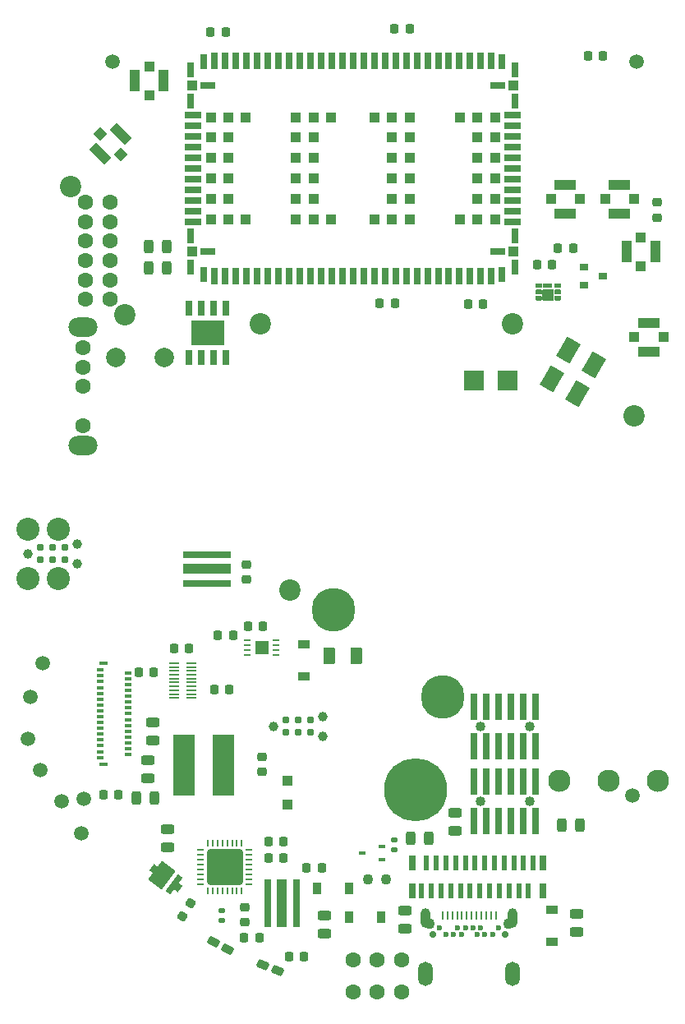
<source format=gbr>
G04 #@! TF.GenerationSoftware,KiCad,Pcbnew,6.0.2+dfsg-1*
G04 #@! TF.CreationDate,2022-08-23T15:38:09-04:00*
G04 #@! TF.ProjectId,RUSP_Mainboard,52555350-5f4d-4616-996e-626f6172642e,rev?*
G04 #@! TF.SameCoordinates,Original*
G04 #@! TF.FileFunction,Soldermask,Top*
G04 #@! TF.FilePolarity,Negative*
%FSLAX46Y46*%
G04 Gerber Fmt 4.6, Leading zero omitted, Abs format (unit mm)*
G04 Created by KiCad (PCBNEW 6.0.2+dfsg-1) date 2022-08-23 15:38:09*
%MOMM*%
%LPD*%
G01*
G04 APERTURE LIST*
G04 Aperture macros list*
%AMRoundRect*
0 Rectangle with rounded corners*
0 $1 Rounding radius*
0 $2 $3 $4 $5 $6 $7 $8 $9 X,Y pos of 4 corners*
0 Add a 4 corners polygon primitive as box body*
4,1,4,$2,$3,$4,$5,$6,$7,$8,$9,$2,$3,0*
0 Add four circle primitives for the rounded corners*
1,1,$1+$1,$2,$3*
1,1,$1+$1,$4,$5*
1,1,$1+$1,$6,$7*
1,1,$1+$1,$8,$9*
0 Add four rect primitives between the rounded corners*
20,1,$1+$1,$2,$3,$4,$5,0*
20,1,$1+$1,$4,$5,$6,$7,0*
20,1,$1+$1,$6,$7,$8,$9,0*
20,1,$1+$1,$8,$9,$2,$3,0*%
%AMRotRect*
0 Rectangle, with rotation*
0 The origin of the aperture is its center*
0 $1 length*
0 $2 width*
0 $3 Rotation angle, in degrees counterclockwise*
0 Add horizontal line*
21,1,$1,$2,0,0,$3*%
G04 Aperture macros list end*
%ADD10C,0.010000*%
%ADD11RoundRect,0.147500X0.172500X-0.147500X0.172500X0.147500X-0.172500X0.147500X-0.172500X-0.147500X0*%
%ADD12RoundRect,0.225000X-0.225000X-0.250000X0.225000X-0.250000X0.225000X0.250000X-0.225000X0.250000X0*%
%ADD13RoundRect,0.218750X-0.218750X-0.256250X0.218750X-0.256250X0.218750X0.256250X-0.218750X0.256250X0*%
%ADD14C,1.020000*%
%ADD15R,0.740000X2.790000*%
%ADD16C,2.300000*%
%ADD17C,1.500000*%
%ADD18R,0.800000X1.600000*%
%ADD19R,0.600000X1.600000*%
%ADD20C,2.200000*%
%ADD21C,6.500000*%
%ADD22R,1.200000X0.900000*%
%ADD23RoundRect,0.243750X-0.243750X-0.456250X0.243750X-0.456250X0.243750X0.456250X-0.243750X0.456250X0*%
%ADD24RoundRect,0.243750X0.456250X-0.243750X0.456250X0.243750X-0.456250X0.243750X-0.456250X-0.243750X0*%
%ADD25RoundRect,0.243750X0.243750X0.456250X-0.243750X0.456250X-0.243750X-0.456250X0.243750X-0.456250X0*%
%ADD26C,1.600000*%
%ADD27RoundRect,0.225000X0.225000X0.250000X-0.225000X0.250000X-0.225000X-0.250000X0.225000X-0.250000X0*%
%ADD28RoundRect,0.212500X-0.449585X-0.055039X0.297279X-0.341733X0.449585X0.055039X-0.297279X0.341733X0*%
%ADD29RoundRect,0.218750X-0.256250X0.218750X-0.256250X-0.218750X0.256250X-0.218750X0.256250X0.218750X0*%
%ADD30R,1.360000X1.460000*%
%ADD31R,0.750000X0.280000*%
%ADD32C,0.700000*%
%ADD33R,0.280000X0.890000*%
%ADD34C,0.600000*%
%ADD35O,1.000000X2.000000*%
%ADD36O,1.500000X2.500000*%
%ADD37C,1.100000*%
%ADD38R,0.800000X1.500000*%
%ADD39R,0.800000X1.800000*%
%ADD40R,1.100000X1.100000*%
%ADD41R,1.800000X0.800000*%
%ADD42R,1.500000X0.800000*%
%ADD43RoundRect,0.218750X0.256250X-0.218750X0.256250X0.218750X-0.256250X0.218750X-0.256250X-0.218750X0*%
%ADD44RoundRect,0.218750X0.218750X0.256250X-0.218750X0.256250X-0.218750X-0.256250X0.218750X-0.256250X0*%
%ADD45R,1.000000X1.000000*%
%ADD46R,1.050000X2.200000*%
%ADD47RotRect,1.000000X1.000000X45.000000*%
%ADD48RotRect,1.050000X2.200000X45.000000*%
%ADD49RoundRect,0.212500X-0.452942X0.000162X0.253416X-0.375415X0.452942X-0.000162X-0.253416X0.375415X0*%
%ADD50R,5.000000X0.700000*%
%ADD51R,5.000000X1.000000*%
%ADD52C,2.375000*%
%ADD53C,0.991000*%
%ADD54C,0.787000*%
%ADD55RoundRect,0.243750X-0.456250X0.243750X-0.456250X-0.243750X0.456250X-0.243750X0.456250X0.243750X0*%
%ADD56R,0.700000X0.450000*%
%ADD57R,2.200000X6.300000*%
%ADD58R,2.200000X1.050000*%
%ADD59RoundRect,0.218750X0.101392X-0.321302X0.333232X0.049719X-0.101392X0.321302X-0.333232X-0.049719X0*%
%ADD60RotRect,2.400000X1.750000X53.000000*%
%ADD61RotRect,0.800000X0.500000X53.000000*%
%ADD62RotRect,2.150000X0.600000X53.000000*%
%ADD63R,0.900000X0.800000*%
%ADD64R,0.950000X0.400000*%
%ADD65R,0.800000X0.300000*%
%ADD66R,0.650000X0.300000*%
%ADD67RoundRect,0.250000X-0.375000X-0.625000X0.375000X-0.625000X0.375000X0.625000X-0.375000X0.625000X0*%
%ADD68R,3.500000X2.610000*%
%ADD69RoundRect,0.147500X-0.172500X0.147500X-0.172500X-0.147500X0.172500X-0.147500X0.172500X0.147500X0*%
%ADD70RoundRect,0.225000X-0.250000X0.225000X-0.250000X-0.225000X0.250000X-0.225000X0.250000X0.225000X0*%
%ADD71R,0.700000X5.000000*%
%ADD72R,1.000000X5.000000*%
%ADD73RotRect,1.600000X2.300000X330.000000*%
%ADD74RoundRect,0.062500X0.312500X0.062500X-0.312500X0.062500X-0.312500X-0.062500X0.312500X-0.062500X0*%
%ADD75RoundRect,0.062500X0.062500X0.312500X-0.062500X0.312500X-0.062500X-0.312500X0.062500X-0.312500X0*%
%ADD76RoundRect,0.249999X1.575001X1.575001X-1.575001X1.575001X-1.575001X-1.575001X1.575001X-1.575001X0*%
%ADD77R,0.900000X1.200000*%
%ADD78R,2.000000X2.000000*%
%ADD79C,2.000000*%
%ADD80R,1.100000X0.180000*%
%ADD81R,1.000000X0.180000*%
%ADD82O,3.000000X2.000000*%
%ADD83C,4.500000*%
G04 APERTURE END LIST*
D10*
X168300000Y-82800000D02*
X168300000Y-82600000D01*
X168300000Y-82600000D02*
X168300137Y-82594766D01*
X168300137Y-82594766D02*
X168300548Y-82589547D01*
X168300548Y-82589547D02*
X168301231Y-82584357D01*
X168301231Y-82584357D02*
X168302185Y-82579209D01*
X168302185Y-82579209D02*
X168303407Y-82574118D01*
X168303407Y-82574118D02*
X168304894Y-82569098D01*
X168304894Y-82569098D02*
X168306642Y-82564163D01*
X168306642Y-82564163D02*
X168308645Y-82559326D01*
X168308645Y-82559326D02*
X168310899Y-82554601D01*
X168310899Y-82554601D02*
X168313397Y-82550000D01*
X168313397Y-82550000D02*
X168316133Y-82545536D01*
X168316133Y-82545536D02*
X168319098Y-82541221D01*
X168319098Y-82541221D02*
X168322285Y-82537068D01*
X168322285Y-82537068D02*
X168325686Y-82533087D01*
X168325686Y-82533087D02*
X168329289Y-82529289D01*
X168329289Y-82529289D02*
X168333087Y-82525686D01*
X168333087Y-82525686D02*
X168337068Y-82522285D01*
X168337068Y-82522285D02*
X168341221Y-82519098D01*
X168341221Y-82519098D02*
X168345536Y-82516133D01*
X168345536Y-82516133D02*
X168350000Y-82513397D01*
X168350000Y-82513397D02*
X168354601Y-82510899D01*
X168354601Y-82510899D02*
X168359326Y-82508645D01*
X168359326Y-82508645D02*
X168364163Y-82506642D01*
X168364163Y-82506642D02*
X168369098Y-82504894D01*
X168369098Y-82504894D02*
X168374118Y-82503407D01*
X168374118Y-82503407D02*
X168379209Y-82502185D01*
X168379209Y-82502185D02*
X168384357Y-82501231D01*
X168384357Y-82501231D02*
X168389547Y-82500548D01*
X168389547Y-82500548D02*
X168394766Y-82500137D01*
X168394766Y-82500137D02*
X168400000Y-82500000D01*
X168400000Y-82500000D02*
X168750000Y-82500000D01*
X168750000Y-82500000D02*
X168755234Y-82500137D01*
X168755234Y-82500137D02*
X168760453Y-82500548D01*
X168760453Y-82500548D02*
X168765643Y-82501231D01*
X168765643Y-82501231D02*
X168770791Y-82502185D01*
X168770791Y-82502185D02*
X168775882Y-82503407D01*
X168775882Y-82503407D02*
X168780902Y-82504894D01*
X168780902Y-82504894D02*
X168785837Y-82506642D01*
X168785837Y-82506642D02*
X168790674Y-82508645D01*
X168790674Y-82508645D02*
X168795399Y-82510899D01*
X168795399Y-82510899D02*
X168800000Y-82513397D01*
X168800000Y-82513397D02*
X168804464Y-82516133D01*
X168804464Y-82516133D02*
X168808779Y-82519098D01*
X168808779Y-82519098D02*
X168812932Y-82522285D01*
X168812932Y-82522285D02*
X168816913Y-82525686D01*
X168816913Y-82525686D02*
X168820711Y-82529289D01*
X168820711Y-82529289D02*
X168824314Y-82533087D01*
X168824314Y-82533087D02*
X168827715Y-82537068D01*
X168827715Y-82537068D02*
X168830902Y-82541221D01*
X168830902Y-82541221D02*
X168833867Y-82545536D01*
X168833867Y-82545536D02*
X168836603Y-82550000D01*
X168836603Y-82550000D02*
X168839101Y-82554601D01*
X168839101Y-82554601D02*
X168841355Y-82559326D01*
X168841355Y-82559326D02*
X168843358Y-82564163D01*
X168843358Y-82564163D02*
X168845106Y-82569098D01*
X168845106Y-82569098D02*
X168846593Y-82574118D01*
X168846593Y-82574118D02*
X168847815Y-82579209D01*
X168847815Y-82579209D02*
X168848769Y-82584357D01*
X168848769Y-82584357D02*
X168849452Y-82589547D01*
X168849452Y-82589547D02*
X168849863Y-82594766D01*
X168849863Y-82594766D02*
X168850000Y-82600000D01*
X168850000Y-82600000D02*
X168850000Y-82800000D01*
X168850000Y-82800000D02*
X168849863Y-82805234D01*
X168849863Y-82805234D02*
X168849452Y-82810453D01*
X168849452Y-82810453D02*
X168848769Y-82815643D01*
X168848769Y-82815643D02*
X168847815Y-82820791D01*
X168847815Y-82820791D02*
X168846593Y-82825882D01*
X168846593Y-82825882D02*
X168845106Y-82830902D01*
X168845106Y-82830902D02*
X168843358Y-82835837D01*
X168843358Y-82835837D02*
X168841355Y-82840674D01*
X168841355Y-82840674D02*
X168839101Y-82845399D01*
X168839101Y-82845399D02*
X168836603Y-82850000D01*
X168836603Y-82850000D02*
X168833867Y-82854464D01*
X168833867Y-82854464D02*
X168830902Y-82858779D01*
X168830902Y-82858779D02*
X168827715Y-82862932D01*
X168827715Y-82862932D02*
X168824314Y-82866913D01*
X168824314Y-82866913D02*
X168820711Y-82870711D01*
X168820711Y-82870711D02*
X168816913Y-82874314D01*
X168816913Y-82874314D02*
X168812932Y-82877715D01*
X168812932Y-82877715D02*
X168808779Y-82880902D01*
X168808779Y-82880902D02*
X168804464Y-82883867D01*
X168804464Y-82883867D02*
X168800000Y-82886603D01*
X168800000Y-82886603D02*
X168795399Y-82889101D01*
X168795399Y-82889101D02*
X168790674Y-82891355D01*
X168790674Y-82891355D02*
X168785837Y-82893358D01*
X168785837Y-82893358D02*
X168780902Y-82895106D01*
X168780902Y-82895106D02*
X168775882Y-82896593D01*
X168775882Y-82896593D02*
X168770791Y-82897815D01*
X168770791Y-82897815D02*
X168765643Y-82898769D01*
X168765643Y-82898769D02*
X168760453Y-82899452D01*
X168760453Y-82899452D02*
X168755234Y-82899863D01*
X168755234Y-82899863D02*
X168750000Y-82900000D01*
X168750000Y-82900000D02*
X168400000Y-82900000D01*
X168400000Y-82900000D02*
X168394766Y-82899863D01*
X168394766Y-82899863D02*
X168389547Y-82899452D01*
X168389547Y-82899452D02*
X168384357Y-82898769D01*
X168384357Y-82898769D02*
X168379209Y-82897815D01*
X168379209Y-82897815D02*
X168374118Y-82896593D01*
X168374118Y-82896593D02*
X168369098Y-82895106D01*
X168369098Y-82895106D02*
X168364163Y-82893358D01*
X168364163Y-82893358D02*
X168359326Y-82891355D01*
X168359326Y-82891355D02*
X168354601Y-82889101D01*
X168354601Y-82889101D02*
X168350000Y-82886603D01*
X168350000Y-82886603D02*
X168345536Y-82883867D01*
X168345536Y-82883867D02*
X168341221Y-82880902D01*
X168341221Y-82880902D02*
X168337068Y-82877715D01*
X168337068Y-82877715D02*
X168333087Y-82874314D01*
X168333087Y-82874314D02*
X168329289Y-82870711D01*
X168329289Y-82870711D02*
X168325686Y-82866913D01*
X168325686Y-82866913D02*
X168322285Y-82862932D01*
X168322285Y-82862932D02*
X168319098Y-82858779D01*
X168319098Y-82858779D02*
X168316133Y-82854464D01*
X168316133Y-82854464D02*
X168313397Y-82850000D01*
X168313397Y-82850000D02*
X168310899Y-82845399D01*
X168310899Y-82845399D02*
X168308645Y-82840674D01*
X168308645Y-82840674D02*
X168306642Y-82835837D01*
X168306642Y-82835837D02*
X168304894Y-82830902D01*
X168304894Y-82830902D02*
X168303407Y-82825882D01*
X168303407Y-82825882D02*
X168302185Y-82820791D01*
X168302185Y-82820791D02*
X168301231Y-82815643D01*
X168301231Y-82815643D02*
X168300548Y-82810453D01*
X168300548Y-82810453D02*
X168300137Y-82805234D01*
X168300137Y-82805234D02*
X168300000Y-82800000D01*
X168300000Y-82800000D02*
X168300000Y-82800000D01*
G36*
X168755234Y-82500137D02*
G01*
X168760453Y-82500548D01*
X168765643Y-82501231D01*
X168770791Y-82502185D01*
X168775882Y-82503407D01*
X168780902Y-82504894D01*
X168785837Y-82506642D01*
X168790674Y-82508645D01*
X168795399Y-82510899D01*
X168800000Y-82513397D01*
X168804464Y-82516133D01*
X168808779Y-82519098D01*
X168812932Y-82522285D01*
X168816913Y-82525686D01*
X168820711Y-82529289D01*
X168824314Y-82533087D01*
X168827715Y-82537068D01*
X168830902Y-82541221D01*
X168833867Y-82545536D01*
X168836603Y-82550000D01*
X168839101Y-82554601D01*
X168841355Y-82559326D01*
X168843358Y-82564163D01*
X168845106Y-82569098D01*
X168846593Y-82574118D01*
X168847815Y-82579209D01*
X168848769Y-82584357D01*
X168849452Y-82589547D01*
X168849863Y-82594766D01*
X168850000Y-82600000D01*
X168850000Y-82800000D01*
X168849863Y-82805234D01*
X168849452Y-82810453D01*
X168848769Y-82815643D01*
X168847815Y-82820791D01*
X168846593Y-82825882D01*
X168845106Y-82830902D01*
X168843358Y-82835837D01*
X168841355Y-82840674D01*
X168839101Y-82845399D01*
X168836603Y-82850000D01*
X168833867Y-82854464D01*
X168830902Y-82858779D01*
X168827715Y-82862932D01*
X168824314Y-82866913D01*
X168820711Y-82870711D01*
X168816913Y-82874314D01*
X168812932Y-82877715D01*
X168808779Y-82880902D01*
X168804464Y-82883867D01*
X168800000Y-82886603D01*
X168795399Y-82889101D01*
X168790674Y-82891355D01*
X168785837Y-82893358D01*
X168780902Y-82895106D01*
X168775882Y-82896593D01*
X168770791Y-82897815D01*
X168765643Y-82898769D01*
X168760453Y-82899452D01*
X168755234Y-82899863D01*
X168750000Y-82900000D01*
X168400000Y-82900000D01*
X168394766Y-82899863D01*
X168389547Y-82899452D01*
X168384357Y-82898769D01*
X168379209Y-82897815D01*
X168374118Y-82896593D01*
X168369098Y-82895106D01*
X168364163Y-82893358D01*
X168359326Y-82891355D01*
X168354601Y-82889101D01*
X168350000Y-82886603D01*
X168345536Y-82883867D01*
X168341221Y-82880902D01*
X168337068Y-82877715D01*
X168333087Y-82874314D01*
X168329289Y-82870711D01*
X168325686Y-82866913D01*
X168322285Y-82862932D01*
X168319098Y-82858779D01*
X168316133Y-82854464D01*
X168313397Y-82850000D01*
X168310899Y-82845399D01*
X168308645Y-82840674D01*
X168306642Y-82835837D01*
X168304894Y-82830902D01*
X168303407Y-82825882D01*
X168302185Y-82820791D01*
X168301231Y-82815643D01*
X168300548Y-82810453D01*
X168300137Y-82805234D01*
X168300000Y-82800000D01*
X168300000Y-82600000D01*
X168300137Y-82594766D01*
X168300548Y-82589547D01*
X168301231Y-82584357D01*
X168302185Y-82579209D01*
X168303407Y-82574118D01*
X168304894Y-82569098D01*
X168306642Y-82564163D01*
X168308645Y-82559326D01*
X168310899Y-82554601D01*
X168313397Y-82550000D01*
X168316133Y-82545536D01*
X168319098Y-82541221D01*
X168322285Y-82537068D01*
X168325686Y-82533087D01*
X168329289Y-82529289D01*
X168333087Y-82525686D01*
X168337068Y-82522285D01*
X168341221Y-82519098D01*
X168345536Y-82516133D01*
X168350000Y-82513397D01*
X168354601Y-82510899D01*
X168359326Y-82508645D01*
X168364163Y-82506642D01*
X168369098Y-82504894D01*
X168374118Y-82503407D01*
X168379209Y-82502185D01*
X168384357Y-82501231D01*
X168389547Y-82500548D01*
X168394766Y-82500137D01*
X168400000Y-82500000D01*
X168750000Y-82500000D01*
X168755234Y-82500137D01*
G37*
X168755234Y-82500137D02*
X168760453Y-82500548D01*
X168765643Y-82501231D01*
X168770791Y-82502185D01*
X168775882Y-82503407D01*
X168780902Y-82504894D01*
X168785837Y-82506642D01*
X168790674Y-82508645D01*
X168795399Y-82510899D01*
X168800000Y-82513397D01*
X168804464Y-82516133D01*
X168808779Y-82519098D01*
X168812932Y-82522285D01*
X168816913Y-82525686D01*
X168820711Y-82529289D01*
X168824314Y-82533087D01*
X168827715Y-82537068D01*
X168830902Y-82541221D01*
X168833867Y-82545536D01*
X168836603Y-82550000D01*
X168839101Y-82554601D01*
X168841355Y-82559326D01*
X168843358Y-82564163D01*
X168845106Y-82569098D01*
X168846593Y-82574118D01*
X168847815Y-82579209D01*
X168848769Y-82584357D01*
X168849452Y-82589547D01*
X168849863Y-82594766D01*
X168850000Y-82600000D01*
X168850000Y-82800000D01*
X168849863Y-82805234D01*
X168849452Y-82810453D01*
X168848769Y-82815643D01*
X168847815Y-82820791D01*
X168846593Y-82825882D01*
X168845106Y-82830902D01*
X168843358Y-82835837D01*
X168841355Y-82840674D01*
X168839101Y-82845399D01*
X168836603Y-82850000D01*
X168833867Y-82854464D01*
X168830902Y-82858779D01*
X168827715Y-82862932D01*
X168824314Y-82866913D01*
X168820711Y-82870711D01*
X168816913Y-82874314D01*
X168812932Y-82877715D01*
X168808779Y-82880902D01*
X168804464Y-82883867D01*
X168800000Y-82886603D01*
X168795399Y-82889101D01*
X168790674Y-82891355D01*
X168785837Y-82893358D01*
X168780902Y-82895106D01*
X168775882Y-82896593D01*
X168770791Y-82897815D01*
X168765643Y-82898769D01*
X168760453Y-82899452D01*
X168755234Y-82899863D01*
X168750000Y-82900000D01*
X168400000Y-82900000D01*
X168394766Y-82899863D01*
X168389547Y-82899452D01*
X168384357Y-82898769D01*
X168379209Y-82897815D01*
X168374118Y-82896593D01*
X168369098Y-82895106D01*
X168364163Y-82893358D01*
X168359326Y-82891355D01*
X168354601Y-82889101D01*
X168350000Y-82886603D01*
X168345536Y-82883867D01*
X168341221Y-82880902D01*
X168337068Y-82877715D01*
X168333087Y-82874314D01*
X168329289Y-82870711D01*
X168325686Y-82866913D01*
X168322285Y-82862932D01*
X168319098Y-82858779D01*
X168316133Y-82854464D01*
X168313397Y-82850000D01*
X168310899Y-82845399D01*
X168308645Y-82840674D01*
X168306642Y-82835837D01*
X168304894Y-82830902D01*
X168303407Y-82825882D01*
X168302185Y-82820791D01*
X168301231Y-82815643D01*
X168300548Y-82810453D01*
X168300137Y-82805234D01*
X168300000Y-82800000D01*
X168300000Y-82600000D01*
X168300137Y-82594766D01*
X168300548Y-82589547D01*
X168301231Y-82584357D01*
X168302185Y-82579209D01*
X168303407Y-82574118D01*
X168304894Y-82569098D01*
X168306642Y-82564163D01*
X168308645Y-82559326D01*
X168310899Y-82554601D01*
X168313397Y-82550000D01*
X168316133Y-82545536D01*
X168319098Y-82541221D01*
X168322285Y-82537068D01*
X168325686Y-82533087D01*
X168329289Y-82529289D01*
X168333087Y-82525686D01*
X168337068Y-82522285D01*
X168341221Y-82519098D01*
X168345536Y-82516133D01*
X168350000Y-82513397D01*
X168354601Y-82510899D01*
X168359326Y-82508645D01*
X168364163Y-82506642D01*
X168369098Y-82504894D01*
X168374118Y-82503407D01*
X168379209Y-82502185D01*
X168384357Y-82501231D01*
X168389547Y-82500548D01*
X168394766Y-82500137D01*
X168400000Y-82500000D01*
X168750000Y-82500000D01*
X168755234Y-82500137D01*
X168300000Y-82150000D02*
X168300000Y-81950000D01*
X168300000Y-81950000D02*
X168300137Y-81944766D01*
X168300137Y-81944766D02*
X168300548Y-81939547D01*
X168300548Y-81939547D02*
X168301231Y-81934357D01*
X168301231Y-81934357D02*
X168302185Y-81929209D01*
X168302185Y-81929209D02*
X168303407Y-81924118D01*
X168303407Y-81924118D02*
X168304894Y-81919098D01*
X168304894Y-81919098D02*
X168306642Y-81914163D01*
X168306642Y-81914163D02*
X168308645Y-81909326D01*
X168308645Y-81909326D02*
X168310899Y-81904601D01*
X168310899Y-81904601D02*
X168313397Y-81900000D01*
X168313397Y-81900000D02*
X168316133Y-81895536D01*
X168316133Y-81895536D02*
X168319098Y-81891221D01*
X168319098Y-81891221D02*
X168322285Y-81887068D01*
X168322285Y-81887068D02*
X168325686Y-81883087D01*
X168325686Y-81883087D02*
X168329289Y-81879289D01*
X168329289Y-81879289D02*
X168333087Y-81875686D01*
X168333087Y-81875686D02*
X168337068Y-81872285D01*
X168337068Y-81872285D02*
X168341221Y-81869098D01*
X168341221Y-81869098D02*
X168345536Y-81866133D01*
X168345536Y-81866133D02*
X168350000Y-81863397D01*
X168350000Y-81863397D02*
X168354601Y-81860899D01*
X168354601Y-81860899D02*
X168359326Y-81858645D01*
X168359326Y-81858645D02*
X168364163Y-81856642D01*
X168364163Y-81856642D02*
X168369098Y-81854894D01*
X168369098Y-81854894D02*
X168374118Y-81853407D01*
X168374118Y-81853407D02*
X168379209Y-81852185D01*
X168379209Y-81852185D02*
X168384357Y-81851231D01*
X168384357Y-81851231D02*
X168389547Y-81850548D01*
X168389547Y-81850548D02*
X168394766Y-81850137D01*
X168394766Y-81850137D02*
X168400000Y-81850000D01*
X168400000Y-81850000D02*
X168750000Y-81850000D01*
X168750000Y-81850000D02*
X168755234Y-81850137D01*
X168755234Y-81850137D02*
X168760453Y-81850548D01*
X168760453Y-81850548D02*
X168765643Y-81851231D01*
X168765643Y-81851231D02*
X168770791Y-81852185D01*
X168770791Y-81852185D02*
X168775882Y-81853407D01*
X168775882Y-81853407D02*
X168780902Y-81854894D01*
X168780902Y-81854894D02*
X168785837Y-81856642D01*
X168785837Y-81856642D02*
X168790674Y-81858645D01*
X168790674Y-81858645D02*
X168795399Y-81860899D01*
X168795399Y-81860899D02*
X168800000Y-81863397D01*
X168800000Y-81863397D02*
X168804464Y-81866133D01*
X168804464Y-81866133D02*
X168808779Y-81869098D01*
X168808779Y-81869098D02*
X168812932Y-81872285D01*
X168812932Y-81872285D02*
X168816913Y-81875686D01*
X168816913Y-81875686D02*
X168820711Y-81879289D01*
X168820711Y-81879289D02*
X168824314Y-81883087D01*
X168824314Y-81883087D02*
X168827715Y-81887068D01*
X168827715Y-81887068D02*
X168830902Y-81891221D01*
X168830902Y-81891221D02*
X168833867Y-81895536D01*
X168833867Y-81895536D02*
X168836603Y-81900000D01*
X168836603Y-81900000D02*
X168839101Y-81904601D01*
X168839101Y-81904601D02*
X168841355Y-81909326D01*
X168841355Y-81909326D02*
X168843358Y-81914163D01*
X168843358Y-81914163D02*
X168845106Y-81919098D01*
X168845106Y-81919098D02*
X168846593Y-81924118D01*
X168846593Y-81924118D02*
X168847815Y-81929209D01*
X168847815Y-81929209D02*
X168848769Y-81934357D01*
X168848769Y-81934357D02*
X168849452Y-81939547D01*
X168849452Y-81939547D02*
X168849863Y-81944766D01*
X168849863Y-81944766D02*
X168850000Y-81950000D01*
X168850000Y-81950000D02*
X168850000Y-82150000D01*
X168850000Y-82150000D02*
X168849863Y-82155234D01*
X168849863Y-82155234D02*
X168849452Y-82160453D01*
X168849452Y-82160453D02*
X168848769Y-82165643D01*
X168848769Y-82165643D02*
X168847815Y-82170791D01*
X168847815Y-82170791D02*
X168846593Y-82175882D01*
X168846593Y-82175882D02*
X168845106Y-82180902D01*
X168845106Y-82180902D02*
X168843358Y-82185837D01*
X168843358Y-82185837D02*
X168841355Y-82190674D01*
X168841355Y-82190674D02*
X168839101Y-82195399D01*
X168839101Y-82195399D02*
X168836603Y-82200000D01*
X168836603Y-82200000D02*
X168833867Y-82204464D01*
X168833867Y-82204464D02*
X168830902Y-82208779D01*
X168830902Y-82208779D02*
X168827715Y-82212932D01*
X168827715Y-82212932D02*
X168824314Y-82216913D01*
X168824314Y-82216913D02*
X168820711Y-82220711D01*
X168820711Y-82220711D02*
X168816913Y-82224314D01*
X168816913Y-82224314D02*
X168812932Y-82227715D01*
X168812932Y-82227715D02*
X168808779Y-82230902D01*
X168808779Y-82230902D02*
X168804464Y-82233867D01*
X168804464Y-82233867D02*
X168800000Y-82236603D01*
X168800000Y-82236603D02*
X168795399Y-82239101D01*
X168795399Y-82239101D02*
X168790674Y-82241355D01*
X168790674Y-82241355D02*
X168785837Y-82243358D01*
X168785837Y-82243358D02*
X168780902Y-82245106D01*
X168780902Y-82245106D02*
X168775882Y-82246593D01*
X168775882Y-82246593D02*
X168770791Y-82247815D01*
X168770791Y-82247815D02*
X168765643Y-82248769D01*
X168765643Y-82248769D02*
X168760453Y-82249452D01*
X168760453Y-82249452D02*
X168755234Y-82249863D01*
X168755234Y-82249863D02*
X168750000Y-82250000D01*
X168750000Y-82250000D02*
X168400000Y-82250000D01*
X168400000Y-82250000D02*
X168394766Y-82249863D01*
X168394766Y-82249863D02*
X168389547Y-82249452D01*
X168389547Y-82249452D02*
X168384357Y-82248769D01*
X168384357Y-82248769D02*
X168379209Y-82247815D01*
X168379209Y-82247815D02*
X168374118Y-82246593D01*
X168374118Y-82246593D02*
X168369098Y-82245106D01*
X168369098Y-82245106D02*
X168364163Y-82243358D01*
X168364163Y-82243358D02*
X168359326Y-82241355D01*
X168359326Y-82241355D02*
X168354601Y-82239101D01*
X168354601Y-82239101D02*
X168350000Y-82236603D01*
X168350000Y-82236603D02*
X168345536Y-82233867D01*
X168345536Y-82233867D02*
X168341221Y-82230902D01*
X168341221Y-82230902D02*
X168337068Y-82227715D01*
X168337068Y-82227715D02*
X168333087Y-82224314D01*
X168333087Y-82224314D02*
X168329289Y-82220711D01*
X168329289Y-82220711D02*
X168325686Y-82216913D01*
X168325686Y-82216913D02*
X168322285Y-82212932D01*
X168322285Y-82212932D02*
X168319098Y-82208779D01*
X168319098Y-82208779D02*
X168316133Y-82204464D01*
X168316133Y-82204464D02*
X168313397Y-82200000D01*
X168313397Y-82200000D02*
X168310899Y-82195399D01*
X168310899Y-82195399D02*
X168308645Y-82190674D01*
X168308645Y-82190674D02*
X168306642Y-82185837D01*
X168306642Y-82185837D02*
X168304894Y-82180902D01*
X168304894Y-82180902D02*
X168303407Y-82175882D01*
X168303407Y-82175882D02*
X168302185Y-82170791D01*
X168302185Y-82170791D02*
X168301231Y-82165643D01*
X168301231Y-82165643D02*
X168300548Y-82160453D01*
X168300548Y-82160453D02*
X168300137Y-82155234D01*
X168300137Y-82155234D02*
X168300000Y-82150000D01*
X168300000Y-82150000D02*
X168300000Y-82150000D01*
G36*
X168755234Y-81850137D02*
G01*
X168760453Y-81850548D01*
X168765643Y-81851231D01*
X168770791Y-81852185D01*
X168775882Y-81853407D01*
X168780902Y-81854894D01*
X168785837Y-81856642D01*
X168790674Y-81858645D01*
X168795399Y-81860899D01*
X168800000Y-81863397D01*
X168804464Y-81866133D01*
X168808779Y-81869098D01*
X168812932Y-81872285D01*
X168816913Y-81875686D01*
X168820711Y-81879289D01*
X168824314Y-81883087D01*
X168827715Y-81887068D01*
X168830902Y-81891221D01*
X168833867Y-81895536D01*
X168836603Y-81900000D01*
X168839101Y-81904601D01*
X168841355Y-81909326D01*
X168843358Y-81914163D01*
X168845106Y-81919098D01*
X168846593Y-81924118D01*
X168847815Y-81929209D01*
X168848769Y-81934357D01*
X168849452Y-81939547D01*
X168849863Y-81944766D01*
X168850000Y-81950000D01*
X168850000Y-82150000D01*
X168849863Y-82155234D01*
X168849452Y-82160453D01*
X168848769Y-82165643D01*
X168847815Y-82170791D01*
X168846593Y-82175882D01*
X168845106Y-82180902D01*
X168843358Y-82185837D01*
X168841355Y-82190674D01*
X168839101Y-82195399D01*
X168836603Y-82200000D01*
X168833867Y-82204464D01*
X168830902Y-82208779D01*
X168827715Y-82212932D01*
X168824314Y-82216913D01*
X168820711Y-82220711D01*
X168816913Y-82224314D01*
X168812932Y-82227715D01*
X168808779Y-82230902D01*
X168804464Y-82233867D01*
X168800000Y-82236603D01*
X168795399Y-82239101D01*
X168790674Y-82241355D01*
X168785837Y-82243358D01*
X168780902Y-82245106D01*
X168775882Y-82246593D01*
X168770791Y-82247815D01*
X168765643Y-82248769D01*
X168760453Y-82249452D01*
X168755234Y-82249863D01*
X168750000Y-82250000D01*
X168400000Y-82250000D01*
X168394766Y-82249863D01*
X168389547Y-82249452D01*
X168384357Y-82248769D01*
X168379209Y-82247815D01*
X168374118Y-82246593D01*
X168369098Y-82245106D01*
X168364163Y-82243358D01*
X168359326Y-82241355D01*
X168354601Y-82239101D01*
X168350000Y-82236603D01*
X168345536Y-82233867D01*
X168341221Y-82230902D01*
X168337068Y-82227715D01*
X168333087Y-82224314D01*
X168329289Y-82220711D01*
X168325686Y-82216913D01*
X168322285Y-82212932D01*
X168319098Y-82208779D01*
X168316133Y-82204464D01*
X168313397Y-82200000D01*
X168310899Y-82195399D01*
X168308645Y-82190674D01*
X168306642Y-82185837D01*
X168304894Y-82180902D01*
X168303407Y-82175882D01*
X168302185Y-82170791D01*
X168301231Y-82165643D01*
X168300548Y-82160453D01*
X168300137Y-82155234D01*
X168300000Y-82150000D01*
X168300000Y-81950000D01*
X168300137Y-81944766D01*
X168300548Y-81939547D01*
X168301231Y-81934357D01*
X168302185Y-81929209D01*
X168303407Y-81924118D01*
X168304894Y-81919098D01*
X168306642Y-81914163D01*
X168308645Y-81909326D01*
X168310899Y-81904601D01*
X168313397Y-81900000D01*
X168316133Y-81895536D01*
X168319098Y-81891221D01*
X168322285Y-81887068D01*
X168325686Y-81883087D01*
X168329289Y-81879289D01*
X168333087Y-81875686D01*
X168337068Y-81872285D01*
X168341221Y-81869098D01*
X168345536Y-81866133D01*
X168350000Y-81863397D01*
X168354601Y-81860899D01*
X168359326Y-81858645D01*
X168364163Y-81856642D01*
X168369098Y-81854894D01*
X168374118Y-81853407D01*
X168379209Y-81852185D01*
X168384357Y-81851231D01*
X168389547Y-81850548D01*
X168394766Y-81850137D01*
X168400000Y-81850000D01*
X168750000Y-81850000D01*
X168755234Y-81850137D01*
G37*
X168755234Y-81850137D02*
X168760453Y-81850548D01*
X168765643Y-81851231D01*
X168770791Y-81852185D01*
X168775882Y-81853407D01*
X168780902Y-81854894D01*
X168785837Y-81856642D01*
X168790674Y-81858645D01*
X168795399Y-81860899D01*
X168800000Y-81863397D01*
X168804464Y-81866133D01*
X168808779Y-81869098D01*
X168812932Y-81872285D01*
X168816913Y-81875686D01*
X168820711Y-81879289D01*
X168824314Y-81883087D01*
X168827715Y-81887068D01*
X168830902Y-81891221D01*
X168833867Y-81895536D01*
X168836603Y-81900000D01*
X168839101Y-81904601D01*
X168841355Y-81909326D01*
X168843358Y-81914163D01*
X168845106Y-81919098D01*
X168846593Y-81924118D01*
X168847815Y-81929209D01*
X168848769Y-81934357D01*
X168849452Y-81939547D01*
X168849863Y-81944766D01*
X168850000Y-81950000D01*
X168850000Y-82150000D01*
X168849863Y-82155234D01*
X168849452Y-82160453D01*
X168848769Y-82165643D01*
X168847815Y-82170791D01*
X168846593Y-82175882D01*
X168845106Y-82180902D01*
X168843358Y-82185837D01*
X168841355Y-82190674D01*
X168839101Y-82195399D01*
X168836603Y-82200000D01*
X168833867Y-82204464D01*
X168830902Y-82208779D01*
X168827715Y-82212932D01*
X168824314Y-82216913D01*
X168820711Y-82220711D01*
X168816913Y-82224314D01*
X168812932Y-82227715D01*
X168808779Y-82230902D01*
X168804464Y-82233867D01*
X168800000Y-82236603D01*
X168795399Y-82239101D01*
X168790674Y-82241355D01*
X168785837Y-82243358D01*
X168780902Y-82245106D01*
X168775882Y-82246593D01*
X168770791Y-82247815D01*
X168765643Y-82248769D01*
X168760453Y-82249452D01*
X168755234Y-82249863D01*
X168750000Y-82250000D01*
X168400000Y-82250000D01*
X168394766Y-82249863D01*
X168389547Y-82249452D01*
X168384357Y-82248769D01*
X168379209Y-82247815D01*
X168374118Y-82246593D01*
X168369098Y-82245106D01*
X168364163Y-82243358D01*
X168359326Y-82241355D01*
X168354601Y-82239101D01*
X168350000Y-82236603D01*
X168345536Y-82233867D01*
X168341221Y-82230902D01*
X168337068Y-82227715D01*
X168333087Y-82224314D01*
X168329289Y-82220711D01*
X168325686Y-82216913D01*
X168322285Y-82212932D01*
X168319098Y-82208779D01*
X168316133Y-82204464D01*
X168313397Y-82200000D01*
X168310899Y-82195399D01*
X168308645Y-82190674D01*
X168306642Y-82185837D01*
X168304894Y-82180902D01*
X168303407Y-82175882D01*
X168302185Y-82170791D01*
X168301231Y-82165643D01*
X168300548Y-82160453D01*
X168300137Y-82155234D01*
X168300000Y-82150000D01*
X168300000Y-81950000D01*
X168300137Y-81944766D01*
X168300548Y-81939547D01*
X168301231Y-81934357D01*
X168302185Y-81929209D01*
X168303407Y-81924118D01*
X168304894Y-81919098D01*
X168306642Y-81914163D01*
X168308645Y-81909326D01*
X168310899Y-81904601D01*
X168313397Y-81900000D01*
X168316133Y-81895536D01*
X168319098Y-81891221D01*
X168322285Y-81887068D01*
X168325686Y-81883087D01*
X168329289Y-81879289D01*
X168333087Y-81875686D01*
X168337068Y-81872285D01*
X168341221Y-81869098D01*
X168345536Y-81866133D01*
X168350000Y-81863397D01*
X168354601Y-81860899D01*
X168359326Y-81858645D01*
X168364163Y-81856642D01*
X168369098Y-81854894D01*
X168374118Y-81853407D01*
X168379209Y-81852185D01*
X168384357Y-81851231D01*
X168389547Y-81850548D01*
X168394766Y-81850137D01*
X168400000Y-81850000D01*
X168750000Y-81850000D01*
X168755234Y-81850137D01*
X167830000Y-82250000D02*
X167180000Y-82250000D01*
X167180000Y-82250000D02*
X167174766Y-82249863D01*
X167174766Y-82249863D02*
X167169547Y-82249452D01*
X167169547Y-82249452D02*
X167164357Y-82248769D01*
X167164357Y-82248769D02*
X167159209Y-82247815D01*
X167159209Y-82247815D02*
X167154118Y-82246593D01*
X167154118Y-82246593D02*
X167149098Y-82245106D01*
X167149098Y-82245106D02*
X167144163Y-82243358D01*
X167144163Y-82243358D02*
X167139326Y-82241355D01*
X167139326Y-82241355D02*
X167134601Y-82239101D01*
X167134601Y-82239101D02*
X167130000Y-82236603D01*
X167130000Y-82236603D02*
X167125536Y-82233867D01*
X167125536Y-82233867D02*
X167121221Y-82230902D01*
X167121221Y-82230902D02*
X167117068Y-82227715D01*
X167117068Y-82227715D02*
X167113087Y-82224314D01*
X167113087Y-82224314D02*
X167109289Y-82220711D01*
X167109289Y-82220711D02*
X167105686Y-82216913D01*
X167105686Y-82216913D02*
X167102285Y-82212932D01*
X167102285Y-82212932D02*
X167099098Y-82208779D01*
X167099098Y-82208779D02*
X167096133Y-82204464D01*
X167096133Y-82204464D02*
X167093397Y-82200000D01*
X167093397Y-82200000D02*
X167090899Y-82195399D01*
X167090899Y-82195399D02*
X167088645Y-82190674D01*
X167088645Y-82190674D02*
X167086642Y-82185837D01*
X167086642Y-82185837D02*
X167084894Y-82180902D01*
X167084894Y-82180902D02*
X167083407Y-82175882D01*
X167083407Y-82175882D02*
X167082185Y-82170791D01*
X167082185Y-82170791D02*
X167081231Y-82165643D01*
X167081231Y-82165643D02*
X167080548Y-82160453D01*
X167080548Y-82160453D02*
X167080137Y-82155234D01*
X167080137Y-82155234D02*
X167080000Y-82150000D01*
X167080000Y-82150000D02*
X167080000Y-81950000D01*
X167080000Y-81950000D02*
X167080137Y-81944766D01*
X167080137Y-81944766D02*
X167080548Y-81939547D01*
X167080548Y-81939547D02*
X167081231Y-81934357D01*
X167081231Y-81934357D02*
X167082185Y-81929209D01*
X167082185Y-81929209D02*
X167083407Y-81924118D01*
X167083407Y-81924118D02*
X167084894Y-81919098D01*
X167084894Y-81919098D02*
X167086642Y-81914163D01*
X167086642Y-81914163D02*
X167088645Y-81909326D01*
X167088645Y-81909326D02*
X167090899Y-81904601D01*
X167090899Y-81904601D02*
X167093397Y-81900000D01*
X167093397Y-81900000D02*
X167096133Y-81895536D01*
X167096133Y-81895536D02*
X167099098Y-81891221D01*
X167099098Y-81891221D02*
X167102285Y-81887068D01*
X167102285Y-81887068D02*
X167105686Y-81883087D01*
X167105686Y-81883087D02*
X167109289Y-81879289D01*
X167109289Y-81879289D02*
X167113087Y-81875686D01*
X167113087Y-81875686D02*
X167117068Y-81872285D01*
X167117068Y-81872285D02*
X167121221Y-81869098D01*
X167121221Y-81869098D02*
X167125536Y-81866133D01*
X167125536Y-81866133D02*
X167130000Y-81863397D01*
X167130000Y-81863397D02*
X167134601Y-81860899D01*
X167134601Y-81860899D02*
X167139326Y-81858645D01*
X167139326Y-81858645D02*
X167144163Y-81856642D01*
X167144163Y-81856642D02*
X167149098Y-81854894D01*
X167149098Y-81854894D02*
X167154118Y-81853407D01*
X167154118Y-81853407D02*
X167159209Y-81852185D01*
X167159209Y-81852185D02*
X167164357Y-81851231D01*
X167164357Y-81851231D02*
X167169547Y-81850548D01*
X167169547Y-81850548D02*
X167174766Y-81850137D01*
X167174766Y-81850137D02*
X167180000Y-81850000D01*
X167180000Y-81850000D02*
X167830000Y-81850000D01*
X167830000Y-81850000D02*
X167835234Y-81850137D01*
X167835234Y-81850137D02*
X167840453Y-81850548D01*
X167840453Y-81850548D02*
X167845643Y-81851231D01*
X167845643Y-81851231D02*
X167850791Y-81852185D01*
X167850791Y-81852185D02*
X167855882Y-81853407D01*
X167855882Y-81853407D02*
X167860902Y-81854894D01*
X167860902Y-81854894D02*
X167865837Y-81856642D01*
X167865837Y-81856642D02*
X167870674Y-81858645D01*
X167870674Y-81858645D02*
X167875399Y-81860899D01*
X167875399Y-81860899D02*
X167880000Y-81863397D01*
X167880000Y-81863397D02*
X167884464Y-81866133D01*
X167884464Y-81866133D02*
X167888779Y-81869098D01*
X167888779Y-81869098D02*
X167892932Y-81872285D01*
X167892932Y-81872285D02*
X167896913Y-81875686D01*
X167896913Y-81875686D02*
X167900711Y-81879289D01*
X167900711Y-81879289D02*
X167904314Y-81883087D01*
X167904314Y-81883087D02*
X167907715Y-81887068D01*
X167907715Y-81887068D02*
X167910902Y-81891221D01*
X167910902Y-81891221D02*
X167913867Y-81895536D01*
X167913867Y-81895536D02*
X167916603Y-81900000D01*
X167916603Y-81900000D02*
X167919101Y-81904601D01*
X167919101Y-81904601D02*
X167921355Y-81909326D01*
X167921355Y-81909326D02*
X167923358Y-81914163D01*
X167923358Y-81914163D02*
X167925106Y-81919098D01*
X167925106Y-81919098D02*
X167926593Y-81924118D01*
X167926593Y-81924118D02*
X167927815Y-81929209D01*
X167927815Y-81929209D02*
X167928769Y-81934357D01*
X167928769Y-81934357D02*
X167929452Y-81939547D01*
X167929452Y-81939547D02*
X167929863Y-81944766D01*
X167929863Y-81944766D02*
X167930000Y-81950000D01*
X167930000Y-81950000D02*
X167930000Y-82150000D01*
X167930000Y-82150000D02*
X167929863Y-82155234D01*
X167929863Y-82155234D02*
X167929452Y-82160453D01*
X167929452Y-82160453D02*
X167928769Y-82165643D01*
X167928769Y-82165643D02*
X167927815Y-82170791D01*
X167927815Y-82170791D02*
X167926593Y-82175882D01*
X167926593Y-82175882D02*
X167925106Y-82180902D01*
X167925106Y-82180902D02*
X167923358Y-82185837D01*
X167923358Y-82185837D02*
X167921355Y-82190674D01*
X167921355Y-82190674D02*
X167919101Y-82195399D01*
X167919101Y-82195399D02*
X167916603Y-82200000D01*
X167916603Y-82200000D02*
X167913867Y-82204464D01*
X167913867Y-82204464D02*
X167910902Y-82208779D01*
X167910902Y-82208779D02*
X167907715Y-82212932D01*
X167907715Y-82212932D02*
X167904314Y-82216913D01*
X167904314Y-82216913D02*
X167900711Y-82220711D01*
X167900711Y-82220711D02*
X167896913Y-82224314D01*
X167896913Y-82224314D02*
X167892932Y-82227715D01*
X167892932Y-82227715D02*
X167888779Y-82230902D01*
X167888779Y-82230902D02*
X167884464Y-82233867D01*
X167884464Y-82233867D02*
X167880000Y-82236603D01*
X167880000Y-82236603D02*
X167875399Y-82239101D01*
X167875399Y-82239101D02*
X167870674Y-82241355D01*
X167870674Y-82241355D02*
X167865837Y-82243358D01*
X167865837Y-82243358D02*
X167860902Y-82245106D01*
X167860902Y-82245106D02*
X167855882Y-82246593D01*
X167855882Y-82246593D02*
X167850791Y-82247815D01*
X167850791Y-82247815D02*
X167845643Y-82248769D01*
X167845643Y-82248769D02*
X167840453Y-82249452D01*
X167840453Y-82249452D02*
X167835234Y-82249863D01*
X167835234Y-82249863D02*
X167830000Y-82250000D01*
X167830000Y-82250000D02*
X167830000Y-82250000D01*
G36*
X167835234Y-81850137D02*
G01*
X167840453Y-81850548D01*
X167845643Y-81851231D01*
X167850791Y-81852185D01*
X167855882Y-81853407D01*
X167860902Y-81854894D01*
X167865837Y-81856642D01*
X167870674Y-81858645D01*
X167875399Y-81860899D01*
X167880000Y-81863397D01*
X167884464Y-81866133D01*
X167888779Y-81869098D01*
X167892932Y-81872285D01*
X167896913Y-81875686D01*
X167900711Y-81879289D01*
X167904314Y-81883087D01*
X167907715Y-81887068D01*
X167910902Y-81891221D01*
X167913867Y-81895536D01*
X167916603Y-81900000D01*
X167919101Y-81904601D01*
X167921355Y-81909326D01*
X167923358Y-81914163D01*
X167925106Y-81919098D01*
X167926593Y-81924118D01*
X167927815Y-81929209D01*
X167928769Y-81934357D01*
X167929452Y-81939547D01*
X167929863Y-81944766D01*
X167930000Y-81950000D01*
X167930000Y-82150000D01*
X167929863Y-82155234D01*
X167929452Y-82160453D01*
X167928769Y-82165643D01*
X167927815Y-82170791D01*
X167926593Y-82175882D01*
X167925106Y-82180902D01*
X167923358Y-82185837D01*
X167921355Y-82190674D01*
X167919101Y-82195399D01*
X167916603Y-82200000D01*
X167913867Y-82204464D01*
X167910902Y-82208779D01*
X167907715Y-82212932D01*
X167904314Y-82216913D01*
X167900711Y-82220711D01*
X167896913Y-82224314D01*
X167892932Y-82227715D01*
X167888779Y-82230902D01*
X167884464Y-82233867D01*
X167880000Y-82236603D01*
X167875399Y-82239101D01*
X167870674Y-82241355D01*
X167865837Y-82243358D01*
X167860902Y-82245106D01*
X167855882Y-82246593D01*
X167850791Y-82247815D01*
X167845643Y-82248769D01*
X167840453Y-82249452D01*
X167835234Y-82249863D01*
X167830000Y-82250000D01*
X167180000Y-82250000D01*
X167174766Y-82249863D01*
X167169547Y-82249452D01*
X167164357Y-82248769D01*
X167159209Y-82247815D01*
X167154118Y-82246593D01*
X167149098Y-82245106D01*
X167144163Y-82243358D01*
X167139326Y-82241355D01*
X167134601Y-82239101D01*
X167130000Y-82236603D01*
X167125536Y-82233867D01*
X167121221Y-82230902D01*
X167117068Y-82227715D01*
X167113087Y-82224314D01*
X167109289Y-82220711D01*
X167105686Y-82216913D01*
X167102285Y-82212932D01*
X167099098Y-82208779D01*
X167096133Y-82204464D01*
X167093397Y-82200000D01*
X167090899Y-82195399D01*
X167088645Y-82190674D01*
X167086642Y-82185837D01*
X167084894Y-82180902D01*
X167083407Y-82175882D01*
X167082185Y-82170791D01*
X167081231Y-82165643D01*
X167080548Y-82160453D01*
X167080137Y-82155234D01*
X167080000Y-82150000D01*
X167080000Y-81950000D01*
X167080137Y-81944766D01*
X167080548Y-81939547D01*
X167081231Y-81934357D01*
X167082185Y-81929209D01*
X167083407Y-81924118D01*
X167084894Y-81919098D01*
X167086642Y-81914163D01*
X167088645Y-81909326D01*
X167090899Y-81904601D01*
X167093397Y-81900000D01*
X167096133Y-81895536D01*
X167099098Y-81891221D01*
X167102285Y-81887068D01*
X167105686Y-81883087D01*
X167109289Y-81879289D01*
X167113087Y-81875686D01*
X167117068Y-81872285D01*
X167121221Y-81869098D01*
X167125536Y-81866133D01*
X167130000Y-81863397D01*
X167134601Y-81860899D01*
X167139326Y-81858645D01*
X167144163Y-81856642D01*
X167149098Y-81854894D01*
X167154118Y-81853407D01*
X167159209Y-81852185D01*
X167164357Y-81851231D01*
X167169547Y-81850548D01*
X167174766Y-81850137D01*
X167180000Y-81850000D01*
X167830000Y-81850000D01*
X167835234Y-81850137D01*
G37*
X167835234Y-81850137D02*
X167840453Y-81850548D01*
X167845643Y-81851231D01*
X167850791Y-81852185D01*
X167855882Y-81853407D01*
X167860902Y-81854894D01*
X167865837Y-81856642D01*
X167870674Y-81858645D01*
X167875399Y-81860899D01*
X167880000Y-81863397D01*
X167884464Y-81866133D01*
X167888779Y-81869098D01*
X167892932Y-81872285D01*
X167896913Y-81875686D01*
X167900711Y-81879289D01*
X167904314Y-81883087D01*
X167907715Y-81887068D01*
X167910902Y-81891221D01*
X167913867Y-81895536D01*
X167916603Y-81900000D01*
X167919101Y-81904601D01*
X167921355Y-81909326D01*
X167923358Y-81914163D01*
X167925106Y-81919098D01*
X167926593Y-81924118D01*
X167927815Y-81929209D01*
X167928769Y-81934357D01*
X167929452Y-81939547D01*
X167929863Y-81944766D01*
X167930000Y-81950000D01*
X167930000Y-82150000D01*
X167929863Y-82155234D01*
X167929452Y-82160453D01*
X167928769Y-82165643D01*
X167927815Y-82170791D01*
X167926593Y-82175882D01*
X167925106Y-82180902D01*
X167923358Y-82185837D01*
X167921355Y-82190674D01*
X167919101Y-82195399D01*
X167916603Y-82200000D01*
X167913867Y-82204464D01*
X167910902Y-82208779D01*
X167907715Y-82212932D01*
X167904314Y-82216913D01*
X167900711Y-82220711D01*
X167896913Y-82224314D01*
X167892932Y-82227715D01*
X167888779Y-82230902D01*
X167884464Y-82233867D01*
X167880000Y-82236603D01*
X167875399Y-82239101D01*
X167870674Y-82241355D01*
X167865837Y-82243358D01*
X167860902Y-82245106D01*
X167855882Y-82246593D01*
X167850791Y-82247815D01*
X167845643Y-82248769D01*
X167840453Y-82249452D01*
X167835234Y-82249863D01*
X167830000Y-82250000D01*
X167180000Y-82250000D01*
X167174766Y-82249863D01*
X167169547Y-82249452D01*
X167164357Y-82248769D01*
X167159209Y-82247815D01*
X167154118Y-82246593D01*
X167149098Y-82245106D01*
X167144163Y-82243358D01*
X167139326Y-82241355D01*
X167134601Y-82239101D01*
X167130000Y-82236603D01*
X167125536Y-82233867D01*
X167121221Y-82230902D01*
X167117068Y-82227715D01*
X167113087Y-82224314D01*
X167109289Y-82220711D01*
X167105686Y-82216913D01*
X167102285Y-82212932D01*
X167099098Y-82208779D01*
X167096133Y-82204464D01*
X167093397Y-82200000D01*
X167090899Y-82195399D01*
X167088645Y-82190674D01*
X167086642Y-82185837D01*
X167084894Y-82180902D01*
X167083407Y-82175882D01*
X167082185Y-82170791D01*
X167081231Y-82165643D01*
X167080548Y-82160453D01*
X167080137Y-82155234D01*
X167080000Y-82150000D01*
X167080000Y-81950000D01*
X167080137Y-81944766D01*
X167080548Y-81939547D01*
X167081231Y-81934357D01*
X167082185Y-81929209D01*
X167083407Y-81924118D01*
X167084894Y-81919098D01*
X167086642Y-81914163D01*
X167088645Y-81909326D01*
X167090899Y-81904601D01*
X167093397Y-81900000D01*
X167096133Y-81895536D01*
X167099098Y-81891221D01*
X167102285Y-81887068D01*
X167105686Y-81883087D01*
X167109289Y-81879289D01*
X167113087Y-81875686D01*
X167117068Y-81872285D01*
X167121221Y-81869098D01*
X167125536Y-81866133D01*
X167130000Y-81863397D01*
X167134601Y-81860899D01*
X167139326Y-81858645D01*
X167144163Y-81856642D01*
X167149098Y-81854894D01*
X167154118Y-81853407D01*
X167159209Y-81852185D01*
X167164357Y-81851231D01*
X167169547Y-81850548D01*
X167174766Y-81850137D01*
X167180000Y-81850000D01*
X167830000Y-81850000D01*
X167835234Y-81850137D01*
X166350000Y-82800000D02*
X166350000Y-82600000D01*
X166350000Y-82600000D02*
X166350137Y-82594766D01*
X166350137Y-82594766D02*
X166350548Y-82589547D01*
X166350548Y-82589547D02*
X166351231Y-82584357D01*
X166351231Y-82584357D02*
X166352185Y-82579209D01*
X166352185Y-82579209D02*
X166353407Y-82574118D01*
X166353407Y-82574118D02*
X166354894Y-82569098D01*
X166354894Y-82569098D02*
X166356642Y-82564163D01*
X166356642Y-82564163D02*
X166358645Y-82559326D01*
X166358645Y-82559326D02*
X166360899Y-82554601D01*
X166360899Y-82554601D02*
X166363397Y-82550000D01*
X166363397Y-82550000D02*
X166366133Y-82545536D01*
X166366133Y-82545536D02*
X166369098Y-82541221D01*
X166369098Y-82541221D02*
X166372285Y-82537068D01*
X166372285Y-82537068D02*
X166375686Y-82533087D01*
X166375686Y-82533087D02*
X166379289Y-82529289D01*
X166379289Y-82529289D02*
X166383087Y-82525686D01*
X166383087Y-82525686D02*
X166387068Y-82522285D01*
X166387068Y-82522285D02*
X166391221Y-82519098D01*
X166391221Y-82519098D02*
X166395536Y-82516133D01*
X166395536Y-82516133D02*
X166400000Y-82513397D01*
X166400000Y-82513397D02*
X166404601Y-82510899D01*
X166404601Y-82510899D02*
X166409326Y-82508645D01*
X166409326Y-82508645D02*
X166414163Y-82506642D01*
X166414163Y-82506642D02*
X166419098Y-82504894D01*
X166419098Y-82504894D02*
X166424118Y-82503407D01*
X166424118Y-82503407D02*
X166429209Y-82502185D01*
X166429209Y-82502185D02*
X166434357Y-82501231D01*
X166434357Y-82501231D02*
X166439547Y-82500548D01*
X166439547Y-82500548D02*
X166444766Y-82500137D01*
X166444766Y-82500137D02*
X166450000Y-82500000D01*
X166450000Y-82500000D02*
X166800000Y-82500000D01*
X166800000Y-82500000D02*
X166805234Y-82500137D01*
X166805234Y-82500137D02*
X166810453Y-82500548D01*
X166810453Y-82500548D02*
X166815643Y-82501231D01*
X166815643Y-82501231D02*
X166820791Y-82502185D01*
X166820791Y-82502185D02*
X166825882Y-82503407D01*
X166825882Y-82503407D02*
X166830902Y-82504894D01*
X166830902Y-82504894D02*
X166835837Y-82506642D01*
X166835837Y-82506642D02*
X166840674Y-82508645D01*
X166840674Y-82508645D02*
X166845399Y-82510899D01*
X166845399Y-82510899D02*
X166850000Y-82513397D01*
X166850000Y-82513397D02*
X166854464Y-82516133D01*
X166854464Y-82516133D02*
X166858779Y-82519098D01*
X166858779Y-82519098D02*
X166862932Y-82522285D01*
X166862932Y-82522285D02*
X166866913Y-82525686D01*
X166866913Y-82525686D02*
X166870711Y-82529289D01*
X166870711Y-82529289D02*
X166874314Y-82533087D01*
X166874314Y-82533087D02*
X166877715Y-82537068D01*
X166877715Y-82537068D02*
X166880902Y-82541221D01*
X166880902Y-82541221D02*
X166883867Y-82545536D01*
X166883867Y-82545536D02*
X166886603Y-82550000D01*
X166886603Y-82550000D02*
X166889101Y-82554601D01*
X166889101Y-82554601D02*
X166891355Y-82559326D01*
X166891355Y-82559326D02*
X166893358Y-82564163D01*
X166893358Y-82564163D02*
X166895106Y-82569098D01*
X166895106Y-82569098D02*
X166896593Y-82574118D01*
X166896593Y-82574118D02*
X166897815Y-82579209D01*
X166897815Y-82579209D02*
X166898769Y-82584357D01*
X166898769Y-82584357D02*
X166899452Y-82589547D01*
X166899452Y-82589547D02*
X166899863Y-82594766D01*
X166899863Y-82594766D02*
X166900000Y-82600000D01*
X166900000Y-82600000D02*
X166900000Y-82800000D01*
X166900000Y-82800000D02*
X166899863Y-82805234D01*
X166899863Y-82805234D02*
X166899452Y-82810453D01*
X166899452Y-82810453D02*
X166898769Y-82815643D01*
X166898769Y-82815643D02*
X166897815Y-82820791D01*
X166897815Y-82820791D02*
X166896593Y-82825882D01*
X166896593Y-82825882D02*
X166895106Y-82830902D01*
X166895106Y-82830902D02*
X166893358Y-82835837D01*
X166893358Y-82835837D02*
X166891355Y-82840674D01*
X166891355Y-82840674D02*
X166889101Y-82845399D01*
X166889101Y-82845399D02*
X166886603Y-82850000D01*
X166886603Y-82850000D02*
X166883867Y-82854464D01*
X166883867Y-82854464D02*
X166880902Y-82858779D01*
X166880902Y-82858779D02*
X166877715Y-82862932D01*
X166877715Y-82862932D02*
X166874314Y-82866913D01*
X166874314Y-82866913D02*
X166870711Y-82870711D01*
X166870711Y-82870711D02*
X166866913Y-82874314D01*
X166866913Y-82874314D02*
X166862932Y-82877715D01*
X166862932Y-82877715D02*
X166858779Y-82880902D01*
X166858779Y-82880902D02*
X166854464Y-82883867D01*
X166854464Y-82883867D02*
X166850000Y-82886603D01*
X166850000Y-82886603D02*
X166845399Y-82889101D01*
X166845399Y-82889101D02*
X166840674Y-82891355D01*
X166840674Y-82891355D02*
X166835837Y-82893358D01*
X166835837Y-82893358D02*
X166830902Y-82895106D01*
X166830902Y-82895106D02*
X166825882Y-82896593D01*
X166825882Y-82896593D02*
X166820791Y-82897815D01*
X166820791Y-82897815D02*
X166815643Y-82898769D01*
X166815643Y-82898769D02*
X166810453Y-82899452D01*
X166810453Y-82899452D02*
X166805234Y-82899863D01*
X166805234Y-82899863D02*
X166800000Y-82900000D01*
X166800000Y-82900000D02*
X166450000Y-82900000D01*
X166450000Y-82900000D02*
X166444766Y-82899863D01*
X166444766Y-82899863D02*
X166439547Y-82899452D01*
X166439547Y-82899452D02*
X166434357Y-82898769D01*
X166434357Y-82898769D02*
X166429209Y-82897815D01*
X166429209Y-82897815D02*
X166424118Y-82896593D01*
X166424118Y-82896593D02*
X166419098Y-82895106D01*
X166419098Y-82895106D02*
X166414163Y-82893358D01*
X166414163Y-82893358D02*
X166409326Y-82891355D01*
X166409326Y-82891355D02*
X166404601Y-82889101D01*
X166404601Y-82889101D02*
X166400000Y-82886603D01*
X166400000Y-82886603D02*
X166395536Y-82883867D01*
X166395536Y-82883867D02*
X166391221Y-82880902D01*
X166391221Y-82880902D02*
X166387068Y-82877715D01*
X166387068Y-82877715D02*
X166383087Y-82874314D01*
X166383087Y-82874314D02*
X166379289Y-82870711D01*
X166379289Y-82870711D02*
X166375686Y-82866913D01*
X166375686Y-82866913D02*
X166372285Y-82862932D01*
X166372285Y-82862932D02*
X166369098Y-82858779D01*
X166369098Y-82858779D02*
X166366133Y-82854464D01*
X166366133Y-82854464D02*
X166363397Y-82850000D01*
X166363397Y-82850000D02*
X166360899Y-82845399D01*
X166360899Y-82845399D02*
X166358645Y-82840674D01*
X166358645Y-82840674D02*
X166356642Y-82835837D01*
X166356642Y-82835837D02*
X166354894Y-82830902D01*
X166354894Y-82830902D02*
X166353407Y-82825882D01*
X166353407Y-82825882D02*
X166352185Y-82820791D01*
X166352185Y-82820791D02*
X166351231Y-82815643D01*
X166351231Y-82815643D02*
X166350548Y-82810453D01*
X166350548Y-82810453D02*
X166350137Y-82805234D01*
X166350137Y-82805234D02*
X166350000Y-82800000D01*
X166350000Y-82800000D02*
X166350000Y-82800000D01*
G36*
X166805234Y-82500137D02*
G01*
X166810453Y-82500548D01*
X166815643Y-82501231D01*
X166820791Y-82502185D01*
X166825882Y-82503407D01*
X166830902Y-82504894D01*
X166835837Y-82506642D01*
X166840674Y-82508645D01*
X166845399Y-82510899D01*
X166850000Y-82513397D01*
X166854464Y-82516133D01*
X166858779Y-82519098D01*
X166862932Y-82522285D01*
X166866913Y-82525686D01*
X166870711Y-82529289D01*
X166874314Y-82533087D01*
X166877715Y-82537068D01*
X166880902Y-82541221D01*
X166883867Y-82545536D01*
X166886603Y-82550000D01*
X166889101Y-82554601D01*
X166891355Y-82559326D01*
X166893358Y-82564163D01*
X166895106Y-82569098D01*
X166896593Y-82574118D01*
X166897815Y-82579209D01*
X166898769Y-82584357D01*
X166899452Y-82589547D01*
X166899863Y-82594766D01*
X166900000Y-82600000D01*
X166900000Y-82800000D01*
X166899863Y-82805234D01*
X166899452Y-82810453D01*
X166898769Y-82815643D01*
X166897815Y-82820791D01*
X166896593Y-82825882D01*
X166895106Y-82830902D01*
X166893358Y-82835837D01*
X166891355Y-82840674D01*
X166889101Y-82845399D01*
X166886603Y-82850000D01*
X166883867Y-82854464D01*
X166880902Y-82858779D01*
X166877715Y-82862932D01*
X166874314Y-82866913D01*
X166870711Y-82870711D01*
X166866913Y-82874314D01*
X166862932Y-82877715D01*
X166858779Y-82880902D01*
X166854464Y-82883867D01*
X166850000Y-82886603D01*
X166845399Y-82889101D01*
X166840674Y-82891355D01*
X166835837Y-82893358D01*
X166830902Y-82895106D01*
X166825882Y-82896593D01*
X166820791Y-82897815D01*
X166815643Y-82898769D01*
X166810453Y-82899452D01*
X166805234Y-82899863D01*
X166800000Y-82900000D01*
X166450000Y-82900000D01*
X166444766Y-82899863D01*
X166439547Y-82899452D01*
X166434357Y-82898769D01*
X166429209Y-82897815D01*
X166424118Y-82896593D01*
X166419098Y-82895106D01*
X166414163Y-82893358D01*
X166409326Y-82891355D01*
X166404601Y-82889101D01*
X166400000Y-82886603D01*
X166395536Y-82883867D01*
X166391221Y-82880902D01*
X166387068Y-82877715D01*
X166383087Y-82874314D01*
X166379289Y-82870711D01*
X166375686Y-82866913D01*
X166372285Y-82862932D01*
X166369098Y-82858779D01*
X166366133Y-82854464D01*
X166363397Y-82850000D01*
X166360899Y-82845399D01*
X166358645Y-82840674D01*
X166356642Y-82835837D01*
X166354894Y-82830902D01*
X166353407Y-82825882D01*
X166352185Y-82820791D01*
X166351231Y-82815643D01*
X166350548Y-82810453D01*
X166350137Y-82805234D01*
X166350000Y-82800000D01*
X166350000Y-82600000D01*
X166350137Y-82594766D01*
X166350548Y-82589547D01*
X166351231Y-82584357D01*
X166352185Y-82579209D01*
X166353407Y-82574118D01*
X166354894Y-82569098D01*
X166356642Y-82564163D01*
X166358645Y-82559326D01*
X166360899Y-82554601D01*
X166363397Y-82550000D01*
X166366133Y-82545536D01*
X166369098Y-82541221D01*
X166372285Y-82537068D01*
X166375686Y-82533087D01*
X166379289Y-82529289D01*
X166383087Y-82525686D01*
X166387068Y-82522285D01*
X166391221Y-82519098D01*
X166395536Y-82516133D01*
X166400000Y-82513397D01*
X166404601Y-82510899D01*
X166409326Y-82508645D01*
X166414163Y-82506642D01*
X166419098Y-82504894D01*
X166424118Y-82503407D01*
X166429209Y-82502185D01*
X166434357Y-82501231D01*
X166439547Y-82500548D01*
X166444766Y-82500137D01*
X166450000Y-82500000D01*
X166800000Y-82500000D01*
X166805234Y-82500137D01*
G37*
X166805234Y-82500137D02*
X166810453Y-82500548D01*
X166815643Y-82501231D01*
X166820791Y-82502185D01*
X166825882Y-82503407D01*
X166830902Y-82504894D01*
X166835837Y-82506642D01*
X166840674Y-82508645D01*
X166845399Y-82510899D01*
X166850000Y-82513397D01*
X166854464Y-82516133D01*
X166858779Y-82519098D01*
X166862932Y-82522285D01*
X166866913Y-82525686D01*
X166870711Y-82529289D01*
X166874314Y-82533087D01*
X166877715Y-82537068D01*
X166880902Y-82541221D01*
X166883867Y-82545536D01*
X166886603Y-82550000D01*
X166889101Y-82554601D01*
X166891355Y-82559326D01*
X166893358Y-82564163D01*
X166895106Y-82569098D01*
X166896593Y-82574118D01*
X166897815Y-82579209D01*
X166898769Y-82584357D01*
X166899452Y-82589547D01*
X166899863Y-82594766D01*
X166900000Y-82600000D01*
X166900000Y-82800000D01*
X166899863Y-82805234D01*
X166899452Y-82810453D01*
X166898769Y-82815643D01*
X166897815Y-82820791D01*
X166896593Y-82825882D01*
X166895106Y-82830902D01*
X166893358Y-82835837D01*
X166891355Y-82840674D01*
X166889101Y-82845399D01*
X166886603Y-82850000D01*
X166883867Y-82854464D01*
X166880902Y-82858779D01*
X166877715Y-82862932D01*
X166874314Y-82866913D01*
X166870711Y-82870711D01*
X166866913Y-82874314D01*
X166862932Y-82877715D01*
X166858779Y-82880902D01*
X166854464Y-82883867D01*
X166850000Y-82886603D01*
X166845399Y-82889101D01*
X166840674Y-82891355D01*
X166835837Y-82893358D01*
X166830902Y-82895106D01*
X166825882Y-82896593D01*
X166820791Y-82897815D01*
X166815643Y-82898769D01*
X166810453Y-82899452D01*
X166805234Y-82899863D01*
X166800000Y-82900000D01*
X166450000Y-82900000D01*
X166444766Y-82899863D01*
X166439547Y-82899452D01*
X166434357Y-82898769D01*
X166429209Y-82897815D01*
X166424118Y-82896593D01*
X166419098Y-82895106D01*
X166414163Y-82893358D01*
X166409326Y-82891355D01*
X166404601Y-82889101D01*
X166400000Y-82886603D01*
X166395536Y-82883867D01*
X166391221Y-82880902D01*
X166387068Y-82877715D01*
X166383087Y-82874314D01*
X166379289Y-82870711D01*
X166375686Y-82866913D01*
X166372285Y-82862932D01*
X166369098Y-82858779D01*
X166366133Y-82854464D01*
X166363397Y-82850000D01*
X166360899Y-82845399D01*
X166358645Y-82840674D01*
X166356642Y-82835837D01*
X166354894Y-82830902D01*
X166353407Y-82825882D01*
X166352185Y-82820791D01*
X166351231Y-82815643D01*
X166350548Y-82810453D01*
X166350137Y-82805234D01*
X166350000Y-82800000D01*
X166350000Y-82600000D01*
X166350137Y-82594766D01*
X166350548Y-82589547D01*
X166351231Y-82584357D01*
X166352185Y-82579209D01*
X166353407Y-82574118D01*
X166354894Y-82569098D01*
X166356642Y-82564163D01*
X166358645Y-82559326D01*
X166360899Y-82554601D01*
X166363397Y-82550000D01*
X166366133Y-82545536D01*
X166369098Y-82541221D01*
X166372285Y-82537068D01*
X166375686Y-82533087D01*
X166379289Y-82529289D01*
X166383087Y-82525686D01*
X166387068Y-82522285D01*
X166391221Y-82519098D01*
X166395536Y-82516133D01*
X166400000Y-82513397D01*
X166404601Y-82510899D01*
X166409326Y-82508645D01*
X166414163Y-82506642D01*
X166419098Y-82504894D01*
X166424118Y-82503407D01*
X166429209Y-82502185D01*
X166434357Y-82501231D01*
X166439547Y-82500548D01*
X166444766Y-82500137D01*
X166450000Y-82500000D01*
X166800000Y-82500000D01*
X166805234Y-82500137D01*
X166350000Y-82150000D02*
X166350000Y-81950000D01*
X166350000Y-81950000D02*
X166350137Y-81944766D01*
X166350137Y-81944766D02*
X166350548Y-81939547D01*
X166350548Y-81939547D02*
X166351231Y-81934357D01*
X166351231Y-81934357D02*
X166352185Y-81929209D01*
X166352185Y-81929209D02*
X166353407Y-81924118D01*
X166353407Y-81924118D02*
X166354894Y-81919098D01*
X166354894Y-81919098D02*
X166356642Y-81914163D01*
X166356642Y-81914163D02*
X166358645Y-81909326D01*
X166358645Y-81909326D02*
X166360899Y-81904601D01*
X166360899Y-81904601D02*
X166363397Y-81900000D01*
X166363397Y-81900000D02*
X166366133Y-81895536D01*
X166366133Y-81895536D02*
X166369098Y-81891221D01*
X166369098Y-81891221D02*
X166372285Y-81887068D01*
X166372285Y-81887068D02*
X166375686Y-81883087D01*
X166375686Y-81883087D02*
X166379289Y-81879289D01*
X166379289Y-81879289D02*
X166383087Y-81875686D01*
X166383087Y-81875686D02*
X166387068Y-81872285D01*
X166387068Y-81872285D02*
X166391221Y-81869098D01*
X166391221Y-81869098D02*
X166395536Y-81866133D01*
X166395536Y-81866133D02*
X166400000Y-81863397D01*
X166400000Y-81863397D02*
X166404601Y-81860899D01*
X166404601Y-81860899D02*
X166409326Y-81858645D01*
X166409326Y-81858645D02*
X166414163Y-81856642D01*
X166414163Y-81856642D02*
X166419098Y-81854894D01*
X166419098Y-81854894D02*
X166424118Y-81853407D01*
X166424118Y-81853407D02*
X166429209Y-81852185D01*
X166429209Y-81852185D02*
X166434357Y-81851231D01*
X166434357Y-81851231D02*
X166439547Y-81850548D01*
X166439547Y-81850548D02*
X166444766Y-81850137D01*
X166444766Y-81850137D02*
X166450000Y-81850000D01*
X166450000Y-81850000D02*
X166800000Y-81850000D01*
X166800000Y-81850000D02*
X166805234Y-81850137D01*
X166805234Y-81850137D02*
X166810453Y-81850548D01*
X166810453Y-81850548D02*
X166815643Y-81851231D01*
X166815643Y-81851231D02*
X166820791Y-81852185D01*
X166820791Y-81852185D02*
X166825882Y-81853407D01*
X166825882Y-81853407D02*
X166830902Y-81854894D01*
X166830902Y-81854894D02*
X166835837Y-81856642D01*
X166835837Y-81856642D02*
X166840674Y-81858645D01*
X166840674Y-81858645D02*
X166845399Y-81860899D01*
X166845399Y-81860899D02*
X166850000Y-81863397D01*
X166850000Y-81863397D02*
X166854464Y-81866133D01*
X166854464Y-81866133D02*
X166858779Y-81869098D01*
X166858779Y-81869098D02*
X166862932Y-81872285D01*
X166862932Y-81872285D02*
X166866913Y-81875686D01*
X166866913Y-81875686D02*
X166870711Y-81879289D01*
X166870711Y-81879289D02*
X166874314Y-81883087D01*
X166874314Y-81883087D02*
X166877715Y-81887068D01*
X166877715Y-81887068D02*
X166880902Y-81891221D01*
X166880902Y-81891221D02*
X166883867Y-81895536D01*
X166883867Y-81895536D02*
X166886603Y-81900000D01*
X166886603Y-81900000D02*
X166889101Y-81904601D01*
X166889101Y-81904601D02*
X166891355Y-81909326D01*
X166891355Y-81909326D02*
X166893358Y-81914163D01*
X166893358Y-81914163D02*
X166895106Y-81919098D01*
X166895106Y-81919098D02*
X166896593Y-81924118D01*
X166896593Y-81924118D02*
X166897815Y-81929209D01*
X166897815Y-81929209D02*
X166898769Y-81934357D01*
X166898769Y-81934357D02*
X166899452Y-81939547D01*
X166899452Y-81939547D02*
X166899863Y-81944766D01*
X166899863Y-81944766D02*
X166900000Y-81950000D01*
X166900000Y-81950000D02*
X166900000Y-82150000D01*
X166900000Y-82150000D02*
X166899863Y-82155234D01*
X166899863Y-82155234D02*
X166899452Y-82160453D01*
X166899452Y-82160453D02*
X166898769Y-82165643D01*
X166898769Y-82165643D02*
X166897815Y-82170791D01*
X166897815Y-82170791D02*
X166896593Y-82175882D01*
X166896593Y-82175882D02*
X166895106Y-82180902D01*
X166895106Y-82180902D02*
X166893358Y-82185837D01*
X166893358Y-82185837D02*
X166891355Y-82190674D01*
X166891355Y-82190674D02*
X166889101Y-82195399D01*
X166889101Y-82195399D02*
X166886603Y-82200000D01*
X166886603Y-82200000D02*
X166883867Y-82204464D01*
X166883867Y-82204464D02*
X166880902Y-82208779D01*
X166880902Y-82208779D02*
X166877715Y-82212932D01*
X166877715Y-82212932D02*
X166874314Y-82216913D01*
X166874314Y-82216913D02*
X166870711Y-82220711D01*
X166870711Y-82220711D02*
X166866913Y-82224314D01*
X166866913Y-82224314D02*
X166862932Y-82227715D01*
X166862932Y-82227715D02*
X166858779Y-82230902D01*
X166858779Y-82230902D02*
X166854464Y-82233867D01*
X166854464Y-82233867D02*
X166850000Y-82236603D01*
X166850000Y-82236603D02*
X166845399Y-82239101D01*
X166845399Y-82239101D02*
X166840674Y-82241355D01*
X166840674Y-82241355D02*
X166835837Y-82243358D01*
X166835837Y-82243358D02*
X166830902Y-82245106D01*
X166830902Y-82245106D02*
X166825882Y-82246593D01*
X166825882Y-82246593D02*
X166820791Y-82247815D01*
X166820791Y-82247815D02*
X166815643Y-82248769D01*
X166815643Y-82248769D02*
X166810453Y-82249452D01*
X166810453Y-82249452D02*
X166805234Y-82249863D01*
X166805234Y-82249863D02*
X166800000Y-82250000D01*
X166800000Y-82250000D02*
X166450000Y-82250000D01*
X166450000Y-82250000D02*
X166444766Y-82249863D01*
X166444766Y-82249863D02*
X166439547Y-82249452D01*
X166439547Y-82249452D02*
X166434357Y-82248769D01*
X166434357Y-82248769D02*
X166429209Y-82247815D01*
X166429209Y-82247815D02*
X166424118Y-82246593D01*
X166424118Y-82246593D02*
X166419098Y-82245106D01*
X166419098Y-82245106D02*
X166414163Y-82243358D01*
X166414163Y-82243358D02*
X166409326Y-82241355D01*
X166409326Y-82241355D02*
X166404601Y-82239101D01*
X166404601Y-82239101D02*
X166400000Y-82236603D01*
X166400000Y-82236603D02*
X166395536Y-82233867D01*
X166395536Y-82233867D02*
X166391221Y-82230902D01*
X166391221Y-82230902D02*
X166387068Y-82227715D01*
X166387068Y-82227715D02*
X166383087Y-82224314D01*
X166383087Y-82224314D02*
X166379289Y-82220711D01*
X166379289Y-82220711D02*
X166375686Y-82216913D01*
X166375686Y-82216913D02*
X166372285Y-82212932D01*
X166372285Y-82212932D02*
X166369098Y-82208779D01*
X166369098Y-82208779D02*
X166366133Y-82204464D01*
X166366133Y-82204464D02*
X166363397Y-82200000D01*
X166363397Y-82200000D02*
X166360899Y-82195399D01*
X166360899Y-82195399D02*
X166358645Y-82190674D01*
X166358645Y-82190674D02*
X166356642Y-82185837D01*
X166356642Y-82185837D02*
X166354894Y-82180902D01*
X166354894Y-82180902D02*
X166353407Y-82175882D01*
X166353407Y-82175882D02*
X166352185Y-82170791D01*
X166352185Y-82170791D02*
X166351231Y-82165643D01*
X166351231Y-82165643D02*
X166350548Y-82160453D01*
X166350548Y-82160453D02*
X166350137Y-82155234D01*
X166350137Y-82155234D02*
X166350000Y-82150000D01*
X166350000Y-82150000D02*
X166350000Y-82150000D01*
G36*
X166805234Y-81850137D02*
G01*
X166810453Y-81850548D01*
X166815643Y-81851231D01*
X166820791Y-81852185D01*
X166825882Y-81853407D01*
X166830902Y-81854894D01*
X166835837Y-81856642D01*
X166840674Y-81858645D01*
X166845399Y-81860899D01*
X166850000Y-81863397D01*
X166854464Y-81866133D01*
X166858779Y-81869098D01*
X166862932Y-81872285D01*
X166866913Y-81875686D01*
X166870711Y-81879289D01*
X166874314Y-81883087D01*
X166877715Y-81887068D01*
X166880902Y-81891221D01*
X166883867Y-81895536D01*
X166886603Y-81900000D01*
X166889101Y-81904601D01*
X166891355Y-81909326D01*
X166893358Y-81914163D01*
X166895106Y-81919098D01*
X166896593Y-81924118D01*
X166897815Y-81929209D01*
X166898769Y-81934357D01*
X166899452Y-81939547D01*
X166899863Y-81944766D01*
X166900000Y-81950000D01*
X166900000Y-82150000D01*
X166899863Y-82155234D01*
X166899452Y-82160453D01*
X166898769Y-82165643D01*
X166897815Y-82170791D01*
X166896593Y-82175882D01*
X166895106Y-82180902D01*
X166893358Y-82185837D01*
X166891355Y-82190674D01*
X166889101Y-82195399D01*
X166886603Y-82200000D01*
X166883867Y-82204464D01*
X166880902Y-82208779D01*
X166877715Y-82212932D01*
X166874314Y-82216913D01*
X166870711Y-82220711D01*
X166866913Y-82224314D01*
X166862932Y-82227715D01*
X166858779Y-82230902D01*
X166854464Y-82233867D01*
X166850000Y-82236603D01*
X166845399Y-82239101D01*
X166840674Y-82241355D01*
X166835837Y-82243358D01*
X166830902Y-82245106D01*
X166825882Y-82246593D01*
X166820791Y-82247815D01*
X166815643Y-82248769D01*
X166810453Y-82249452D01*
X166805234Y-82249863D01*
X166800000Y-82250000D01*
X166450000Y-82250000D01*
X166444766Y-82249863D01*
X166439547Y-82249452D01*
X166434357Y-82248769D01*
X166429209Y-82247815D01*
X166424118Y-82246593D01*
X166419098Y-82245106D01*
X166414163Y-82243358D01*
X166409326Y-82241355D01*
X166404601Y-82239101D01*
X166400000Y-82236603D01*
X166395536Y-82233867D01*
X166391221Y-82230902D01*
X166387068Y-82227715D01*
X166383087Y-82224314D01*
X166379289Y-82220711D01*
X166375686Y-82216913D01*
X166372285Y-82212932D01*
X166369098Y-82208779D01*
X166366133Y-82204464D01*
X166363397Y-82200000D01*
X166360899Y-82195399D01*
X166358645Y-82190674D01*
X166356642Y-82185837D01*
X166354894Y-82180902D01*
X166353407Y-82175882D01*
X166352185Y-82170791D01*
X166351231Y-82165643D01*
X166350548Y-82160453D01*
X166350137Y-82155234D01*
X166350000Y-82150000D01*
X166350000Y-81950000D01*
X166350137Y-81944766D01*
X166350548Y-81939547D01*
X166351231Y-81934357D01*
X166352185Y-81929209D01*
X166353407Y-81924118D01*
X166354894Y-81919098D01*
X166356642Y-81914163D01*
X166358645Y-81909326D01*
X166360899Y-81904601D01*
X166363397Y-81900000D01*
X166366133Y-81895536D01*
X166369098Y-81891221D01*
X166372285Y-81887068D01*
X166375686Y-81883087D01*
X166379289Y-81879289D01*
X166383087Y-81875686D01*
X166387068Y-81872285D01*
X166391221Y-81869098D01*
X166395536Y-81866133D01*
X166400000Y-81863397D01*
X166404601Y-81860899D01*
X166409326Y-81858645D01*
X166414163Y-81856642D01*
X166419098Y-81854894D01*
X166424118Y-81853407D01*
X166429209Y-81852185D01*
X166434357Y-81851231D01*
X166439547Y-81850548D01*
X166444766Y-81850137D01*
X166450000Y-81850000D01*
X166800000Y-81850000D01*
X166805234Y-81850137D01*
G37*
X166805234Y-81850137D02*
X166810453Y-81850548D01*
X166815643Y-81851231D01*
X166820791Y-81852185D01*
X166825882Y-81853407D01*
X166830902Y-81854894D01*
X166835837Y-81856642D01*
X166840674Y-81858645D01*
X166845399Y-81860899D01*
X166850000Y-81863397D01*
X166854464Y-81866133D01*
X166858779Y-81869098D01*
X166862932Y-81872285D01*
X166866913Y-81875686D01*
X166870711Y-81879289D01*
X166874314Y-81883087D01*
X166877715Y-81887068D01*
X166880902Y-81891221D01*
X166883867Y-81895536D01*
X166886603Y-81900000D01*
X166889101Y-81904601D01*
X166891355Y-81909326D01*
X166893358Y-81914163D01*
X166895106Y-81919098D01*
X166896593Y-81924118D01*
X166897815Y-81929209D01*
X166898769Y-81934357D01*
X166899452Y-81939547D01*
X166899863Y-81944766D01*
X166900000Y-81950000D01*
X166900000Y-82150000D01*
X166899863Y-82155234D01*
X166899452Y-82160453D01*
X166898769Y-82165643D01*
X166897815Y-82170791D01*
X166896593Y-82175882D01*
X166895106Y-82180902D01*
X166893358Y-82185837D01*
X166891355Y-82190674D01*
X166889101Y-82195399D01*
X166886603Y-82200000D01*
X166883867Y-82204464D01*
X166880902Y-82208779D01*
X166877715Y-82212932D01*
X166874314Y-82216913D01*
X166870711Y-82220711D01*
X166866913Y-82224314D01*
X166862932Y-82227715D01*
X166858779Y-82230902D01*
X166854464Y-82233867D01*
X166850000Y-82236603D01*
X166845399Y-82239101D01*
X166840674Y-82241355D01*
X166835837Y-82243358D01*
X166830902Y-82245106D01*
X166825882Y-82246593D01*
X166820791Y-82247815D01*
X166815643Y-82248769D01*
X166810453Y-82249452D01*
X166805234Y-82249863D01*
X166800000Y-82250000D01*
X166450000Y-82250000D01*
X166444766Y-82249863D01*
X166439547Y-82249452D01*
X166434357Y-82248769D01*
X166429209Y-82247815D01*
X166424118Y-82246593D01*
X166419098Y-82245106D01*
X166414163Y-82243358D01*
X166409326Y-82241355D01*
X166404601Y-82239101D01*
X166400000Y-82236603D01*
X166395536Y-82233867D01*
X166391221Y-82230902D01*
X166387068Y-82227715D01*
X166383087Y-82224314D01*
X166379289Y-82220711D01*
X166375686Y-82216913D01*
X166372285Y-82212932D01*
X166369098Y-82208779D01*
X166366133Y-82204464D01*
X166363397Y-82200000D01*
X166360899Y-82195399D01*
X166358645Y-82190674D01*
X166356642Y-82185837D01*
X166354894Y-82180902D01*
X166353407Y-82175882D01*
X166352185Y-82170791D01*
X166351231Y-82165643D01*
X166350548Y-82160453D01*
X166350137Y-82155234D01*
X166350000Y-82150000D01*
X166350000Y-81950000D01*
X166350137Y-81944766D01*
X166350548Y-81939547D01*
X166351231Y-81934357D01*
X166352185Y-81929209D01*
X166353407Y-81924118D01*
X166354894Y-81919098D01*
X166356642Y-81914163D01*
X166358645Y-81909326D01*
X166360899Y-81904601D01*
X166363397Y-81900000D01*
X166366133Y-81895536D01*
X166369098Y-81891221D01*
X166372285Y-81887068D01*
X166375686Y-81883087D01*
X166379289Y-81879289D01*
X166383087Y-81875686D01*
X166387068Y-81872285D01*
X166391221Y-81869098D01*
X166395536Y-81866133D01*
X166400000Y-81863397D01*
X166404601Y-81860899D01*
X166409326Y-81858645D01*
X166414163Y-81856642D01*
X166419098Y-81854894D01*
X166424118Y-81853407D01*
X166429209Y-81852185D01*
X166434357Y-81851231D01*
X166439547Y-81850548D01*
X166444766Y-81850137D01*
X166450000Y-81850000D01*
X166800000Y-81850000D01*
X166805234Y-81850137D01*
X166350000Y-83450000D02*
X166350000Y-83250000D01*
X166350000Y-83250000D02*
X166350137Y-83244766D01*
X166350137Y-83244766D02*
X166350548Y-83239547D01*
X166350548Y-83239547D02*
X166351231Y-83234357D01*
X166351231Y-83234357D02*
X166352185Y-83229209D01*
X166352185Y-83229209D02*
X166353407Y-83224118D01*
X166353407Y-83224118D02*
X166354894Y-83219098D01*
X166354894Y-83219098D02*
X166356642Y-83214163D01*
X166356642Y-83214163D02*
X166358645Y-83209326D01*
X166358645Y-83209326D02*
X166360899Y-83204601D01*
X166360899Y-83204601D02*
X166363397Y-83200000D01*
X166363397Y-83200000D02*
X166366133Y-83195536D01*
X166366133Y-83195536D02*
X166369098Y-83191221D01*
X166369098Y-83191221D02*
X166372285Y-83187068D01*
X166372285Y-83187068D02*
X166375686Y-83183087D01*
X166375686Y-83183087D02*
X166379289Y-83179289D01*
X166379289Y-83179289D02*
X166383087Y-83175686D01*
X166383087Y-83175686D02*
X166387068Y-83172285D01*
X166387068Y-83172285D02*
X166391221Y-83169098D01*
X166391221Y-83169098D02*
X166395536Y-83166133D01*
X166395536Y-83166133D02*
X166400000Y-83163397D01*
X166400000Y-83163397D02*
X166404601Y-83160899D01*
X166404601Y-83160899D02*
X166409326Y-83158645D01*
X166409326Y-83158645D02*
X166414163Y-83156642D01*
X166414163Y-83156642D02*
X166419098Y-83154894D01*
X166419098Y-83154894D02*
X166424118Y-83153407D01*
X166424118Y-83153407D02*
X166429209Y-83152185D01*
X166429209Y-83152185D02*
X166434357Y-83151231D01*
X166434357Y-83151231D02*
X166439547Y-83150548D01*
X166439547Y-83150548D02*
X166444766Y-83150137D01*
X166444766Y-83150137D02*
X166450000Y-83150000D01*
X166450000Y-83150000D02*
X166800000Y-83150000D01*
X166800000Y-83150000D02*
X166805234Y-83150137D01*
X166805234Y-83150137D02*
X166810453Y-83150548D01*
X166810453Y-83150548D02*
X166815643Y-83151231D01*
X166815643Y-83151231D02*
X166820791Y-83152185D01*
X166820791Y-83152185D02*
X166825882Y-83153407D01*
X166825882Y-83153407D02*
X166830902Y-83154894D01*
X166830902Y-83154894D02*
X166835837Y-83156642D01*
X166835837Y-83156642D02*
X166840674Y-83158645D01*
X166840674Y-83158645D02*
X166845399Y-83160899D01*
X166845399Y-83160899D02*
X166850000Y-83163397D01*
X166850000Y-83163397D02*
X166854464Y-83166133D01*
X166854464Y-83166133D02*
X166858779Y-83169098D01*
X166858779Y-83169098D02*
X166862932Y-83172285D01*
X166862932Y-83172285D02*
X166866913Y-83175686D01*
X166866913Y-83175686D02*
X166870711Y-83179289D01*
X166870711Y-83179289D02*
X166874314Y-83183087D01*
X166874314Y-83183087D02*
X166877715Y-83187068D01*
X166877715Y-83187068D02*
X166880902Y-83191221D01*
X166880902Y-83191221D02*
X166883867Y-83195536D01*
X166883867Y-83195536D02*
X166886603Y-83200000D01*
X166886603Y-83200000D02*
X166889101Y-83204601D01*
X166889101Y-83204601D02*
X166891355Y-83209326D01*
X166891355Y-83209326D02*
X166893358Y-83214163D01*
X166893358Y-83214163D02*
X166895106Y-83219098D01*
X166895106Y-83219098D02*
X166896593Y-83224118D01*
X166896593Y-83224118D02*
X166897815Y-83229209D01*
X166897815Y-83229209D02*
X166898769Y-83234357D01*
X166898769Y-83234357D02*
X166899452Y-83239547D01*
X166899452Y-83239547D02*
X166899863Y-83244766D01*
X166899863Y-83244766D02*
X166900000Y-83250000D01*
X166900000Y-83250000D02*
X166900000Y-83450000D01*
X166900000Y-83450000D02*
X166899863Y-83455234D01*
X166899863Y-83455234D02*
X166899452Y-83460453D01*
X166899452Y-83460453D02*
X166898769Y-83465643D01*
X166898769Y-83465643D02*
X166897815Y-83470791D01*
X166897815Y-83470791D02*
X166896593Y-83475882D01*
X166896593Y-83475882D02*
X166895106Y-83480902D01*
X166895106Y-83480902D02*
X166893358Y-83485837D01*
X166893358Y-83485837D02*
X166891355Y-83490674D01*
X166891355Y-83490674D02*
X166889101Y-83495399D01*
X166889101Y-83495399D02*
X166886603Y-83500000D01*
X166886603Y-83500000D02*
X166883867Y-83504464D01*
X166883867Y-83504464D02*
X166880902Y-83508779D01*
X166880902Y-83508779D02*
X166877715Y-83512932D01*
X166877715Y-83512932D02*
X166874314Y-83516913D01*
X166874314Y-83516913D02*
X166870711Y-83520711D01*
X166870711Y-83520711D02*
X166866913Y-83524314D01*
X166866913Y-83524314D02*
X166862932Y-83527715D01*
X166862932Y-83527715D02*
X166858779Y-83530902D01*
X166858779Y-83530902D02*
X166854464Y-83533867D01*
X166854464Y-83533867D02*
X166850000Y-83536603D01*
X166850000Y-83536603D02*
X166845399Y-83539101D01*
X166845399Y-83539101D02*
X166840674Y-83541355D01*
X166840674Y-83541355D02*
X166835837Y-83543358D01*
X166835837Y-83543358D02*
X166830902Y-83545106D01*
X166830902Y-83545106D02*
X166825882Y-83546593D01*
X166825882Y-83546593D02*
X166820791Y-83547815D01*
X166820791Y-83547815D02*
X166815643Y-83548769D01*
X166815643Y-83548769D02*
X166810453Y-83549452D01*
X166810453Y-83549452D02*
X166805234Y-83549863D01*
X166805234Y-83549863D02*
X166800000Y-83550000D01*
X166800000Y-83550000D02*
X166450000Y-83550000D01*
X166450000Y-83550000D02*
X166444766Y-83549863D01*
X166444766Y-83549863D02*
X166439547Y-83549452D01*
X166439547Y-83549452D02*
X166434357Y-83548769D01*
X166434357Y-83548769D02*
X166429209Y-83547815D01*
X166429209Y-83547815D02*
X166424118Y-83546593D01*
X166424118Y-83546593D02*
X166419098Y-83545106D01*
X166419098Y-83545106D02*
X166414163Y-83543358D01*
X166414163Y-83543358D02*
X166409326Y-83541355D01*
X166409326Y-83541355D02*
X166404601Y-83539101D01*
X166404601Y-83539101D02*
X166400000Y-83536603D01*
X166400000Y-83536603D02*
X166395536Y-83533867D01*
X166395536Y-83533867D02*
X166391221Y-83530902D01*
X166391221Y-83530902D02*
X166387068Y-83527715D01*
X166387068Y-83527715D02*
X166383087Y-83524314D01*
X166383087Y-83524314D02*
X166379289Y-83520711D01*
X166379289Y-83520711D02*
X166375686Y-83516913D01*
X166375686Y-83516913D02*
X166372285Y-83512932D01*
X166372285Y-83512932D02*
X166369098Y-83508779D01*
X166369098Y-83508779D02*
X166366133Y-83504464D01*
X166366133Y-83504464D02*
X166363397Y-83500000D01*
X166363397Y-83500000D02*
X166360899Y-83495399D01*
X166360899Y-83495399D02*
X166358645Y-83490674D01*
X166358645Y-83490674D02*
X166356642Y-83485837D01*
X166356642Y-83485837D02*
X166354894Y-83480902D01*
X166354894Y-83480902D02*
X166353407Y-83475882D01*
X166353407Y-83475882D02*
X166352185Y-83470791D01*
X166352185Y-83470791D02*
X166351231Y-83465643D01*
X166351231Y-83465643D02*
X166350548Y-83460453D01*
X166350548Y-83460453D02*
X166350137Y-83455234D01*
X166350137Y-83455234D02*
X166350000Y-83450000D01*
X166350000Y-83450000D02*
X166350000Y-83450000D01*
G36*
X166805234Y-83150137D02*
G01*
X166810453Y-83150548D01*
X166815643Y-83151231D01*
X166820791Y-83152185D01*
X166825882Y-83153407D01*
X166830902Y-83154894D01*
X166835837Y-83156642D01*
X166840674Y-83158645D01*
X166845399Y-83160899D01*
X166850000Y-83163397D01*
X166854464Y-83166133D01*
X166858779Y-83169098D01*
X166862932Y-83172285D01*
X166866913Y-83175686D01*
X166870711Y-83179289D01*
X166874314Y-83183087D01*
X166877715Y-83187068D01*
X166880902Y-83191221D01*
X166883867Y-83195536D01*
X166886603Y-83200000D01*
X166889101Y-83204601D01*
X166891355Y-83209326D01*
X166893358Y-83214163D01*
X166895106Y-83219098D01*
X166896593Y-83224118D01*
X166897815Y-83229209D01*
X166898769Y-83234357D01*
X166899452Y-83239547D01*
X166899863Y-83244766D01*
X166900000Y-83250000D01*
X166900000Y-83450000D01*
X166899863Y-83455234D01*
X166899452Y-83460453D01*
X166898769Y-83465643D01*
X166897815Y-83470791D01*
X166896593Y-83475882D01*
X166895106Y-83480902D01*
X166893358Y-83485837D01*
X166891355Y-83490674D01*
X166889101Y-83495399D01*
X166886603Y-83500000D01*
X166883867Y-83504464D01*
X166880902Y-83508779D01*
X166877715Y-83512932D01*
X166874314Y-83516913D01*
X166870711Y-83520711D01*
X166866913Y-83524314D01*
X166862932Y-83527715D01*
X166858779Y-83530902D01*
X166854464Y-83533867D01*
X166850000Y-83536603D01*
X166845399Y-83539101D01*
X166840674Y-83541355D01*
X166835837Y-83543358D01*
X166830902Y-83545106D01*
X166825882Y-83546593D01*
X166820791Y-83547815D01*
X166815643Y-83548769D01*
X166810453Y-83549452D01*
X166805234Y-83549863D01*
X166800000Y-83550000D01*
X166450000Y-83550000D01*
X166444766Y-83549863D01*
X166439547Y-83549452D01*
X166434357Y-83548769D01*
X166429209Y-83547815D01*
X166424118Y-83546593D01*
X166419098Y-83545106D01*
X166414163Y-83543358D01*
X166409326Y-83541355D01*
X166404601Y-83539101D01*
X166400000Y-83536603D01*
X166395536Y-83533867D01*
X166391221Y-83530902D01*
X166387068Y-83527715D01*
X166383087Y-83524314D01*
X166379289Y-83520711D01*
X166375686Y-83516913D01*
X166372285Y-83512932D01*
X166369098Y-83508779D01*
X166366133Y-83504464D01*
X166363397Y-83500000D01*
X166360899Y-83495399D01*
X166358645Y-83490674D01*
X166356642Y-83485837D01*
X166354894Y-83480902D01*
X166353407Y-83475882D01*
X166352185Y-83470791D01*
X166351231Y-83465643D01*
X166350548Y-83460453D01*
X166350137Y-83455234D01*
X166350000Y-83450000D01*
X166350000Y-83250000D01*
X166350137Y-83244766D01*
X166350548Y-83239547D01*
X166351231Y-83234357D01*
X166352185Y-83229209D01*
X166353407Y-83224118D01*
X166354894Y-83219098D01*
X166356642Y-83214163D01*
X166358645Y-83209326D01*
X166360899Y-83204601D01*
X166363397Y-83200000D01*
X166366133Y-83195536D01*
X166369098Y-83191221D01*
X166372285Y-83187068D01*
X166375686Y-83183087D01*
X166379289Y-83179289D01*
X166383087Y-83175686D01*
X166387068Y-83172285D01*
X166391221Y-83169098D01*
X166395536Y-83166133D01*
X166400000Y-83163397D01*
X166404601Y-83160899D01*
X166409326Y-83158645D01*
X166414163Y-83156642D01*
X166419098Y-83154894D01*
X166424118Y-83153407D01*
X166429209Y-83152185D01*
X166434357Y-83151231D01*
X166439547Y-83150548D01*
X166444766Y-83150137D01*
X166450000Y-83150000D01*
X166800000Y-83150000D01*
X166805234Y-83150137D01*
G37*
X166805234Y-83150137D02*
X166810453Y-83150548D01*
X166815643Y-83151231D01*
X166820791Y-83152185D01*
X166825882Y-83153407D01*
X166830902Y-83154894D01*
X166835837Y-83156642D01*
X166840674Y-83158645D01*
X166845399Y-83160899D01*
X166850000Y-83163397D01*
X166854464Y-83166133D01*
X166858779Y-83169098D01*
X166862932Y-83172285D01*
X166866913Y-83175686D01*
X166870711Y-83179289D01*
X166874314Y-83183087D01*
X166877715Y-83187068D01*
X166880902Y-83191221D01*
X166883867Y-83195536D01*
X166886603Y-83200000D01*
X166889101Y-83204601D01*
X166891355Y-83209326D01*
X166893358Y-83214163D01*
X166895106Y-83219098D01*
X166896593Y-83224118D01*
X166897815Y-83229209D01*
X166898769Y-83234357D01*
X166899452Y-83239547D01*
X166899863Y-83244766D01*
X166900000Y-83250000D01*
X166900000Y-83450000D01*
X166899863Y-83455234D01*
X166899452Y-83460453D01*
X166898769Y-83465643D01*
X166897815Y-83470791D01*
X166896593Y-83475882D01*
X166895106Y-83480902D01*
X166893358Y-83485837D01*
X166891355Y-83490674D01*
X166889101Y-83495399D01*
X166886603Y-83500000D01*
X166883867Y-83504464D01*
X166880902Y-83508779D01*
X166877715Y-83512932D01*
X166874314Y-83516913D01*
X166870711Y-83520711D01*
X166866913Y-83524314D01*
X166862932Y-83527715D01*
X166858779Y-83530902D01*
X166854464Y-83533867D01*
X166850000Y-83536603D01*
X166845399Y-83539101D01*
X166840674Y-83541355D01*
X166835837Y-83543358D01*
X166830902Y-83545106D01*
X166825882Y-83546593D01*
X166820791Y-83547815D01*
X166815643Y-83548769D01*
X166810453Y-83549452D01*
X166805234Y-83549863D01*
X166800000Y-83550000D01*
X166450000Y-83550000D01*
X166444766Y-83549863D01*
X166439547Y-83549452D01*
X166434357Y-83548769D01*
X166429209Y-83547815D01*
X166424118Y-83546593D01*
X166419098Y-83545106D01*
X166414163Y-83543358D01*
X166409326Y-83541355D01*
X166404601Y-83539101D01*
X166400000Y-83536603D01*
X166395536Y-83533867D01*
X166391221Y-83530902D01*
X166387068Y-83527715D01*
X166383087Y-83524314D01*
X166379289Y-83520711D01*
X166375686Y-83516913D01*
X166372285Y-83512932D01*
X166369098Y-83508779D01*
X166366133Y-83504464D01*
X166363397Y-83500000D01*
X166360899Y-83495399D01*
X166358645Y-83490674D01*
X166356642Y-83485837D01*
X166354894Y-83480902D01*
X166353407Y-83475882D01*
X166352185Y-83470791D01*
X166351231Y-83465643D01*
X166350548Y-83460453D01*
X166350137Y-83455234D01*
X166350000Y-83450000D01*
X166350000Y-83250000D01*
X166350137Y-83244766D01*
X166350548Y-83239547D01*
X166351231Y-83234357D01*
X166352185Y-83229209D01*
X166353407Y-83224118D01*
X166354894Y-83219098D01*
X166356642Y-83214163D01*
X166358645Y-83209326D01*
X166360899Y-83204601D01*
X166363397Y-83200000D01*
X166366133Y-83195536D01*
X166369098Y-83191221D01*
X166372285Y-83187068D01*
X166375686Y-83183087D01*
X166379289Y-83179289D01*
X166383087Y-83175686D01*
X166387068Y-83172285D01*
X166391221Y-83169098D01*
X166395536Y-83166133D01*
X166400000Y-83163397D01*
X166404601Y-83160899D01*
X166409326Y-83158645D01*
X166414163Y-83156642D01*
X166419098Y-83154894D01*
X166424118Y-83153407D01*
X166429209Y-83152185D01*
X166434357Y-83151231D01*
X166439547Y-83150548D01*
X166444766Y-83150137D01*
X166450000Y-83150000D01*
X166800000Y-83150000D01*
X166805234Y-83150137D01*
X167150000Y-82500000D02*
X168050000Y-82500000D01*
X168050000Y-82500000D02*
X168055234Y-82500137D01*
X168055234Y-82500137D02*
X168060453Y-82500548D01*
X168060453Y-82500548D02*
X168065643Y-82501231D01*
X168065643Y-82501231D02*
X168070791Y-82502185D01*
X168070791Y-82502185D02*
X168075882Y-82503407D01*
X168075882Y-82503407D02*
X168080902Y-82504894D01*
X168080902Y-82504894D02*
X168085837Y-82506642D01*
X168085837Y-82506642D02*
X168090674Y-82508645D01*
X168090674Y-82508645D02*
X168095399Y-82510899D01*
X168095399Y-82510899D02*
X168100000Y-82513397D01*
X168100000Y-82513397D02*
X168104464Y-82516133D01*
X168104464Y-82516133D02*
X168108779Y-82519098D01*
X168108779Y-82519098D02*
X168112932Y-82522285D01*
X168112932Y-82522285D02*
X168116913Y-82525686D01*
X168116913Y-82525686D02*
X168120711Y-82529289D01*
X168120711Y-82529289D02*
X168124314Y-82533087D01*
X168124314Y-82533087D02*
X168127715Y-82537068D01*
X168127715Y-82537068D02*
X168130902Y-82541221D01*
X168130902Y-82541221D02*
X168133867Y-82545536D01*
X168133867Y-82545536D02*
X168136603Y-82550000D01*
X168136603Y-82550000D02*
X168139101Y-82554601D01*
X168139101Y-82554601D02*
X168141355Y-82559326D01*
X168141355Y-82559326D02*
X168143358Y-82564163D01*
X168143358Y-82564163D02*
X168145106Y-82569098D01*
X168145106Y-82569098D02*
X168146593Y-82574118D01*
X168146593Y-82574118D02*
X168147815Y-82579209D01*
X168147815Y-82579209D02*
X168148769Y-82584357D01*
X168148769Y-82584357D02*
X168149452Y-82589547D01*
X168149452Y-82589547D02*
X168149863Y-82594766D01*
X168149863Y-82594766D02*
X168150000Y-82600000D01*
X168150000Y-82600000D02*
X168150000Y-83450000D01*
X168150000Y-83450000D02*
X168149863Y-83455234D01*
X168149863Y-83455234D02*
X168149452Y-83460453D01*
X168149452Y-83460453D02*
X168148769Y-83465643D01*
X168148769Y-83465643D02*
X168147815Y-83470791D01*
X168147815Y-83470791D02*
X168146593Y-83475882D01*
X168146593Y-83475882D02*
X168145106Y-83480902D01*
X168145106Y-83480902D02*
X168143358Y-83485837D01*
X168143358Y-83485837D02*
X168141355Y-83490674D01*
X168141355Y-83490674D02*
X168139101Y-83495399D01*
X168139101Y-83495399D02*
X168136603Y-83500000D01*
X168136603Y-83500000D02*
X168133867Y-83504464D01*
X168133867Y-83504464D02*
X168130902Y-83508779D01*
X168130902Y-83508779D02*
X168127715Y-83512932D01*
X168127715Y-83512932D02*
X168124314Y-83516913D01*
X168124314Y-83516913D02*
X168120711Y-83520711D01*
X168120711Y-83520711D02*
X168116913Y-83524314D01*
X168116913Y-83524314D02*
X168112932Y-83527715D01*
X168112932Y-83527715D02*
X168108779Y-83530902D01*
X168108779Y-83530902D02*
X168104464Y-83533867D01*
X168104464Y-83533867D02*
X168100000Y-83536603D01*
X168100000Y-83536603D02*
X168095399Y-83539101D01*
X168095399Y-83539101D02*
X168090674Y-83541355D01*
X168090674Y-83541355D02*
X168085837Y-83543358D01*
X168085837Y-83543358D02*
X168080902Y-83545106D01*
X168080902Y-83545106D02*
X168075882Y-83546593D01*
X168075882Y-83546593D02*
X168070791Y-83547815D01*
X168070791Y-83547815D02*
X168065643Y-83548769D01*
X168065643Y-83548769D02*
X168060453Y-83549452D01*
X168060453Y-83549452D02*
X168055234Y-83549863D01*
X168055234Y-83549863D02*
X168050000Y-83550000D01*
X168050000Y-83550000D02*
X167150000Y-83550000D01*
X167150000Y-83550000D02*
X167144766Y-83549863D01*
X167144766Y-83549863D02*
X167139547Y-83549452D01*
X167139547Y-83549452D02*
X167134357Y-83548769D01*
X167134357Y-83548769D02*
X167129209Y-83547815D01*
X167129209Y-83547815D02*
X167124118Y-83546593D01*
X167124118Y-83546593D02*
X167119098Y-83545106D01*
X167119098Y-83545106D02*
X167114163Y-83543358D01*
X167114163Y-83543358D02*
X167109326Y-83541355D01*
X167109326Y-83541355D02*
X167104601Y-83539101D01*
X167104601Y-83539101D02*
X167100000Y-83536603D01*
X167100000Y-83536603D02*
X167095536Y-83533867D01*
X167095536Y-83533867D02*
X167091221Y-83530902D01*
X167091221Y-83530902D02*
X167087068Y-83527715D01*
X167087068Y-83527715D02*
X167083087Y-83524314D01*
X167083087Y-83524314D02*
X167079289Y-83520711D01*
X167079289Y-83520711D02*
X167075686Y-83516913D01*
X167075686Y-83516913D02*
X167072285Y-83512932D01*
X167072285Y-83512932D02*
X167069098Y-83508779D01*
X167069098Y-83508779D02*
X167066133Y-83504464D01*
X167066133Y-83504464D02*
X167063397Y-83500000D01*
X167063397Y-83500000D02*
X167060899Y-83495399D01*
X167060899Y-83495399D02*
X167058645Y-83490674D01*
X167058645Y-83490674D02*
X167056642Y-83485837D01*
X167056642Y-83485837D02*
X167054894Y-83480902D01*
X167054894Y-83480902D02*
X167053407Y-83475882D01*
X167053407Y-83475882D02*
X167052185Y-83470791D01*
X167052185Y-83470791D02*
X167051231Y-83465643D01*
X167051231Y-83465643D02*
X167050548Y-83460453D01*
X167050548Y-83460453D02*
X167050137Y-83455234D01*
X167050137Y-83455234D02*
X167050000Y-83450000D01*
X167050000Y-83450000D02*
X167050000Y-82600000D01*
X167050000Y-82600000D02*
X167050137Y-82594766D01*
X167050137Y-82594766D02*
X167050548Y-82589547D01*
X167050548Y-82589547D02*
X167051231Y-82584357D01*
X167051231Y-82584357D02*
X167052185Y-82579209D01*
X167052185Y-82579209D02*
X167053407Y-82574118D01*
X167053407Y-82574118D02*
X167054894Y-82569098D01*
X167054894Y-82569098D02*
X167056642Y-82564163D01*
X167056642Y-82564163D02*
X167058645Y-82559326D01*
X167058645Y-82559326D02*
X167060899Y-82554601D01*
X167060899Y-82554601D02*
X167063397Y-82550000D01*
X167063397Y-82550000D02*
X167066133Y-82545536D01*
X167066133Y-82545536D02*
X167069098Y-82541221D01*
X167069098Y-82541221D02*
X167072285Y-82537068D01*
X167072285Y-82537068D02*
X167075686Y-82533087D01*
X167075686Y-82533087D02*
X167079289Y-82529289D01*
X167079289Y-82529289D02*
X167083087Y-82525686D01*
X167083087Y-82525686D02*
X167087068Y-82522285D01*
X167087068Y-82522285D02*
X167091221Y-82519098D01*
X167091221Y-82519098D02*
X167095536Y-82516133D01*
X167095536Y-82516133D02*
X167100000Y-82513397D01*
X167100000Y-82513397D02*
X167104601Y-82510899D01*
X167104601Y-82510899D02*
X167109326Y-82508645D01*
X167109326Y-82508645D02*
X167114163Y-82506642D01*
X167114163Y-82506642D02*
X167119098Y-82504894D01*
X167119098Y-82504894D02*
X167124118Y-82503407D01*
X167124118Y-82503407D02*
X167129209Y-82502185D01*
X167129209Y-82502185D02*
X167134357Y-82501231D01*
X167134357Y-82501231D02*
X167139547Y-82500548D01*
X167139547Y-82500548D02*
X167144766Y-82500137D01*
X167144766Y-82500137D02*
X167150000Y-82500000D01*
X167150000Y-82500000D02*
X167150000Y-82500000D01*
G36*
X168055234Y-82500137D02*
G01*
X168060453Y-82500548D01*
X168065643Y-82501231D01*
X168070791Y-82502185D01*
X168075882Y-82503407D01*
X168080902Y-82504894D01*
X168085837Y-82506642D01*
X168090674Y-82508645D01*
X168095399Y-82510899D01*
X168100000Y-82513397D01*
X168104464Y-82516133D01*
X168108779Y-82519098D01*
X168112932Y-82522285D01*
X168116913Y-82525686D01*
X168120711Y-82529289D01*
X168124314Y-82533087D01*
X168127715Y-82537068D01*
X168130902Y-82541221D01*
X168133867Y-82545536D01*
X168136603Y-82550000D01*
X168139101Y-82554601D01*
X168141355Y-82559326D01*
X168143358Y-82564163D01*
X168145106Y-82569098D01*
X168146593Y-82574118D01*
X168147815Y-82579209D01*
X168148769Y-82584357D01*
X168149452Y-82589547D01*
X168149863Y-82594766D01*
X168150000Y-82600000D01*
X168150000Y-83450000D01*
X168149863Y-83455234D01*
X168149452Y-83460453D01*
X168148769Y-83465643D01*
X168147815Y-83470791D01*
X168146593Y-83475882D01*
X168145106Y-83480902D01*
X168143358Y-83485837D01*
X168141355Y-83490674D01*
X168139101Y-83495399D01*
X168136603Y-83500000D01*
X168133867Y-83504464D01*
X168130902Y-83508779D01*
X168127715Y-83512932D01*
X168124314Y-83516913D01*
X168120711Y-83520711D01*
X168116913Y-83524314D01*
X168112932Y-83527715D01*
X168108779Y-83530902D01*
X168104464Y-83533867D01*
X168100000Y-83536603D01*
X168095399Y-83539101D01*
X168090674Y-83541355D01*
X168085837Y-83543358D01*
X168080902Y-83545106D01*
X168075882Y-83546593D01*
X168070791Y-83547815D01*
X168065643Y-83548769D01*
X168060453Y-83549452D01*
X168055234Y-83549863D01*
X168050000Y-83550000D01*
X167150000Y-83550000D01*
X167144766Y-83549863D01*
X167139547Y-83549452D01*
X167134357Y-83548769D01*
X167129209Y-83547815D01*
X167124118Y-83546593D01*
X167119098Y-83545106D01*
X167114163Y-83543358D01*
X167109326Y-83541355D01*
X167104601Y-83539101D01*
X167100000Y-83536603D01*
X167095536Y-83533867D01*
X167091221Y-83530902D01*
X167087068Y-83527715D01*
X167083087Y-83524314D01*
X167079289Y-83520711D01*
X167075686Y-83516913D01*
X167072285Y-83512932D01*
X167069098Y-83508779D01*
X167066133Y-83504464D01*
X167063397Y-83500000D01*
X167060899Y-83495399D01*
X167058645Y-83490674D01*
X167056642Y-83485837D01*
X167054894Y-83480902D01*
X167053407Y-83475882D01*
X167052185Y-83470791D01*
X167051231Y-83465643D01*
X167050548Y-83460453D01*
X167050137Y-83455234D01*
X167050000Y-83450000D01*
X167050000Y-82600000D01*
X167050137Y-82594766D01*
X167050548Y-82589547D01*
X167051231Y-82584357D01*
X167052185Y-82579209D01*
X167053407Y-82574118D01*
X167054894Y-82569098D01*
X167056642Y-82564163D01*
X167058645Y-82559326D01*
X167060899Y-82554601D01*
X167063397Y-82550000D01*
X167066133Y-82545536D01*
X167069098Y-82541221D01*
X167072285Y-82537068D01*
X167075686Y-82533087D01*
X167079289Y-82529289D01*
X167083087Y-82525686D01*
X167087068Y-82522285D01*
X167091221Y-82519098D01*
X167095536Y-82516133D01*
X167100000Y-82513397D01*
X167104601Y-82510899D01*
X167109326Y-82508645D01*
X167114163Y-82506642D01*
X167119098Y-82504894D01*
X167124118Y-82503407D01*
X167129209Y-82502185D01*
X167134357Y-82501231D01*
X167139547Y-82500548D01*
X167144766Y-82500137D01*
X167150000Y-82500000D01*
X168050000Y-82500000D01*
X168055234Y-82500137D01*
G37*
X168055234Y-82500137D02*
X168060453Y-82500548D01*
X168065643Y-82501231D01*
X168070791Y-82502185D01*
X168075882Y-82503407D01*
X168080902Y-82504894D01*
X168085837Y-82506642D01*
X168090674Y-82508645D01*
X168095399Y-82510899D01*
X168100000Y-82513397D01*
X168104464Y-82516133D01*
X168108779Y-82519098D01*
X168112932Y-82522285D01*
X168116913Y-82525686D01*
X168120711Y-82529289D01*
X168124314Y-82533087D01*
X168127715Y-82537068D01*
X168130902Y-82541221D01*
X168133867Y-82545536D01*
X168136603Y-82550000D01*
X168139101Y-82554601D01*
X168141355Y-82559326D01*
X168143358Y-82564163D01*
X168145106Y-82569098D01*
X168146593Y-82574118D01*
X168147815Y-82579209D01*
X168148769Y-82584357D01*
X168149452Y-82589547D01*
X168149863Y-82594766D01*
X168150000Y-82600000D01*
X168150000Y-83450000D01*
X168149863Y-83455234D01*
X168149452Y-83460453D01*
X168148769Y-83465643D01*
X168147815Y-83470791D01*
X168146593Y-83475882D01*
X168145106Y-83480902D01*
X168143358Y-83485837D01*
X168141355Y-83490674D01*
X168139101Y-83495399D01*
X168136603Y-83500000D01*
X168133867Y-83504464D01*
X168130902Y-83508779D01*
X168127715Y-83512932D01*
X168124314Y-83516913D01*
X168120711Y-83520711D01*
X168116913Y-83524314D01*
X168112932Y-83527715D01*
X168108779Y-83530902D01*
X168104464Y-83533867D01*
X168100000Y-83536603D01*
X168095399Y-83539101D01*
X168090674Y-83541355D01*
X168085837Y-83543358D01*
X168080902Y-83545106D01*
X168075882Y-83546593D01*
X168070791Y-83547815D01*
X168065643Y-83548769D01*
X168060453Y-83549452D01*
X168055234Y-83549863D01*
X168050000Y-83550000D01*
X167150000Y-83550000D01*
X167144766Y-83549863D01*
X167139547Y-83549452D01*
X167134357Y-83548769D01*
X167129209Y-83547815D01*
X167124118Y-83546593D01*
X167119098Y-83545106D01*
X167114163Y-83543358D01*
X167109326Y-83541355D01*
X167104601Y-83539101D01*
X167100000Y-83536603D01*
X167095536Y-83533867D01*
X167091221Y-83530902D01*
X167087068Y-83527715D01*
X167083087Y-83524314D01*
X167079289Y-83520711D01*
X167075686Y-83516913D01*
X167072285Y-83512932D01*
X167069098Y-83508779D01*
X167066133Y-83504464D01*
X167063397Y-83500000D01*
X167060899Y-83495399D01*
X167058645Y-83490674D01*
X167056642Y-83485837D01*
X167054894Y-83480902D01*
X167053407Y-83475882D01*
X167052185Y-83470791D01*
X167051231Y-83465643D01*
X167050548Y-83460453D01*
X167050137Y-83455234D01*
X167050000Y-83450000D01*
X167050000Y-82600000D01*
X167050137Y-82594766D01*
X167050548Y-82589547D01*
X167051231Y-82584357D01*
X167052185Y-82579209D01*
X167053407Y-82574118D01*
X167054894Y-82569098D01*
X167056642Y-82564163D01*
X167058645Y-82559326D01*
X167060899Y-82554601D01*
X167063397Y-82550000D01*
X167066133Y-82545536D01*
X167069098Y-82541221D01*
X167072285Y-82537068D01*
X167075686Y-82533087D01*
X167079289Y-82529289D01*
X167083087Y-82525686D01*
X167087068Y-82522285D01*
X167091221Y-82519098D01*
X167095536Y-82516133D01*
X167100000Y-82513397D01*
X167104601Y-82510899D01*
X167109326Y-82508645D01*
X167114163Y-82506642D01*
X167119098Y-82504894D01*
X167124118Y-82503407D01*
X167129209Y-82502185D01*
X167134357Y-82501231D01*
X167139547Y-82500548D01*
X167144766Y-82500137D01*
X167150000Y-82500000D01*
X168050000Y-82500000D01*
X168055234Y-82500137D01*
X168300000Y-83450000D02*
X168300000Y-83250000D01*
X168300000Y-83250000D02*
X168300137Y-83244766D01*
X168300137Y-83244766D02*
X168300548Y-83239547D01*
X168300548Y-83239547D02*
X168301231Y-83234357D01*
X168301231Y-83234357D02*
X168302185Y-83229209D01*
X168302185Y-83229209D02*
X168303407Y-83224118D01*
X168303407Y-83224118D02*
X168304894Y-83219098D01*
X168304894Y-83219098D02*
X168306642Y-83214163D01*
X168306642Y-83214163D02*
X168308645Y-83209326D01*
X168308645Y-83209326D02*
X168310899Y-83204601D01*
X168310899Y-83204601D02*
X168313397Y-83200000D01*
X168313397Y-83200000D02*
X168316133Y-83195536D01*
X168316133Y-83195536D02*
X168319098Y-83191221D01*
X168319098Y-83191221D02*
X168322285Y-83187068D01*
X168322285Y-83187068D02*
X168325686Y-83183087D01*
X168325686Y-83183087D02*
X168329289Y-83179289D01*
X168329289Y-83179289D02*
X168333087Y-83175686D01*
X168333087Y-83175686D02*
X168337068Y-83172285D01*
X168337068Y-83172285D02*
X168341221Y-83169098D01*
X168341221Y-83169098D02*
X168345536Y-83166133D01*
X168345536Y-83166133D02*
X168350000Y-83163397D01*
X168350000Y-83163397D02*
X168354601Y-83160899D01*
X168354601Y-83160899D02*
X168359326Y-83158645D01*
X168359326Y-83158645D02*
X168364163Y-83156642D01*
X168364163Y-83156642D02*
X168369098Y-83154894D01*
X168369098Y-83154894D02*
X168374118Y-83153407D01*
X168374118Y-83153407D02*
X168379209Y-83152185D01*
X168379209Y-83152185D02*
X168384357Y-83151231D01*
X168384357Y-83151231D02*
X168389547Y-83150548D01*
X168389547Y-83150548D02*
X168394766Y-83150137D01*
X168394766Y-83150137D02*
X168400000Y-83150000D01*
X168400000Y-83150000D02*
X168750000Y-83150000D01*
X168750000Y-83150000D02*
X168755234Y-83150137D01*
X168755234Y-83150137D02*
X168760453Y-83150548D01*
X168760453Y-83150548D02*
X168765643Y-83151231D01*
X168765643Y-83151231D02*
X168770791Y-83152185D01*
X168770791Y-83152185D02*
X168775882Y-83153407D01*
X168775882Y-83153407D02*
X168780902Y-83154894D01*
X168780902Y-83154894D02*
X168785837Y-83156642D01*
X168785837Y-83156642D02*
X168790674Y-83158645D01*
X168790674Y-83158645D02*
X168795399Y-83160899D01*
X168795399Y-83160899D02*
X168800000Y-83163397D01*
X168800000Y-83163397D02*
X168804464Y-83166133D01*
X168804464Y-83166133D02*
X168808779Y-83169098D01*
X168808779Y-83169098D02*
X168812932Y-83172285D01*
X168812932Y-83172285D02*
X168816913Y-83175686D01*
X168816913Y-83175686D02*
X168820711Y-83179289D01*
X168820711Y-83179289D02*
X168824314Y-83183087D01*
X168824314Y-83183087D02*
X168827715Y-83187068D01*
X168827715Y-83187068D02*
X168830902Y-83191221D01*
X168830902Y-83191221D02*
X168833867Y-83195536D01*
X168833867Y-83195536D02*
X168836603Y-83200000D01*
X168836603Y-83200000D02*
X168839101Y-83204601D01*
X168839101Y-83204601D02*
X168841355Y-83209326D01*
X168841355Y-83209326D02*
X168843358Y-83214163D01*
X168843358Y-83214163D02*
X168845106Y-83219098D01*
X168845106Y-83219098D02*
X168846593Y-83224118D01*
X168846593Y-83224118D02*
X168847815Y-83229209D01*
X168847815Y-83229209D02*
X168848769Y-83234357D01*
X168848769Y-83234357D02*
X168849452Y-83239547D01*
X168849452Y-83239547D02*
X168849863Y-83244766D01*
X168849863Y-83244766D02*
X168850000Y-83250000D01*
X168850000Y-83250000D02*
X168850000Y-83450000D01*
X168850000Y-83450000D02*
X168849863Y-83455234D01*
X168849863Y-83455234D02*
X168849452Y-83460453D01*
X168849452Y-83460453D02*
X168848769Y-83465643D01*
X168848769Y-83465643D02*
X168847815Y-83470791D01*
X168847815Y-83470791D02*
X168846593Y-83475882D01*
X168846593Y-83475882D02*
X168845106Y-83480902D01*
X168845106Y-83480902D02*
X168843358Y-83485837D01*
X168843358Y-83485837D02*
X168841355Y-83490674D01*
X168841355Y-83490674D02*
X168839101Y-83495399D01*
X168839101Y-83495399D02*
X168836603Y-83500000D01*
X168836603Y-83500000D02*
X168833867Y-83504464D01*
X168833867Y-83504464D02*
X168830902Y-83508779D01*
X168830902Y-83508779D02*
X168827715Y-83512932D01*
X168827715Y-83512932D02*
X168824314Y-83516913D01*
X168824314Y-83516913D02*
X168820711Y-83520711D01*
X168820711Y-83520711D02*
X168816913Y-83524314D01*
X168816913Y-83524314D02*
X168812932Y-83527715D01*
X168812932Y-83527715D02*
X168808779Y-83530902D01*
X168808779Y-83530902D02*
X168804464Y-83533867D01*
X168804464Y-83533867D02*
X168800000Y-83536603D01*
X168800000Y-83536603D02*
X168795399Y-83539101D01*
X168795399Y-83539101D02*
X168790674Y-83541355D01*
X168790674Y-83541355D02*
X168785837Y-83543358D01*
X168785837Y-83543358D02*
X168780902Y-83545106D01*
X168780902Y-83545106D02*
X168775882Y-83546593D01*
X168775882Y-83546593D02*
X168770791Y-83547815D01*
X168770791Y-83547815D02*
X168765643Y-83548769D01*
X168765643Y-83548769D02*
X168760453Y-83549452D01*
X168760453Y-83549452D02*
X168755234Y-83549863D01*
X168755234Y-83549863D02*
X168750000Y-83550000D01*
X168750000Y-83550000D02*
X168400000Y-83550000D01*
X168400000Y-83550000D02*
X168394766Y-83549863D01*
X168394766Y-83549863D02*
X168389547Y-83549452D01*
X168389547Y-83549452D02*
X168384357Y-83548769D01*
X168384357Y-83548769D02*
X168379209Y-83547815D01*
X168379209Y-83547815D02*
X168374118Y-83546593D01*
X168374118Y-83546593D02*
X168369098Y-83545106D01*
X168369098Y-83545106D02*
X168364163Y-83543358D01*
X168364163Y-83543358D02*
X168359326Y-83541355D01*
X168359326Y-83541355D02*
X168354601Y-83539101D01*
X168354601Y-83539101D02*
X168350000Y-83536603D01*
X168350000Y-83536603D02*
X168345536Y-83533867D01*
X168345536Y-83533867D02*
X168341221Y-83530902D01*
X168341221Y-83530902D02*
X168337068Y-83527715D01*
X168337068Y-83527715D02*
X168333087Y-83524314D01*
X168333087Y-83524314D02*
X168329289Y-83520711D01*
X168329289Y-83520711D02*
X168325686Y-83516913D01*
X168325686Y-83516913D02*
X168322285Y-83512932D01*
X168322285Y-83512932D02*
X168319098Y-83508779D01*
X168319098Y-83508779D02*
X168316133Y-83504464D01*
X168316133Y-83504464D02*
X168313397Y-83500000D01*
X168313397Y-83500000D02*
X168310899Y-83495399D01*
X168310899Y-83495399D02*
X168308645Y-83490674D01*
X168308645Y-83490674D02*
X168306642Y-83485837D01*
X168306642Y-83485837D02*
X168304894Y-83480902D01*
X168304894Y-83480902D02*
X168303407Y-83475882D01*
X168303407Y-83475882D02*
X168302185Y-83470791D01*
X168302185Y-83470791D02*
X168301231Y-83465643D01*
X168301231Y-83465643D02*
X168300548Y-83460453D01*
X168300548Y-83460453D02*
X168300137Y-83455234D01*
X168300137Y-83455234D02*
X168300000Y-83450000D01*
X168300000Y-83450000D02*
X168300000Y-83450000D01*
G36*
X168755234Y-83150137D02*
G01*
X168760453Y-83150548D01*
X168765643Y-83151231D01*
X168770791Y-83152185D01*
X168775882Y-83153407D01*
X168780902Y-83154894D01*
X168785837Y-83156642D01*
X168790674Y-83158645D01*
X168795399Y-83160899D01*
X168800000Y-83163397D01*
X168804464Y-83166133D01*
X168808779Y-83169098D01*
X168812932Y-83172285D01*
X168816913Y-83175686D01*
X168820711Y-83179289D01*
X168824314Y-83183087D01*
X168827715Y-83187068D01*
X168830902Y-83191221D01*
X168833867Y-83195536D01*
X168836603Y-83200000D01*
X168839101Y-83204601D01*
X168841355Y-83209326D01*
X168843358Y-83214163D01*
X168845106Y-83219098D01*
X168846593Y-83224118D01*
X168847815Y-83229209D01*
X168848769Y-83234357D01*
X168849452Y-83239547D01*
X168849863Y-83244766D01*
X168850000Y-83250000D01*
X168850000Y-83450000D01*
X168849863Y-83455234D01*
X168849452Y-83460453D01*
X168848769Y-83465643D01*
X168847815Y-83470791D01*
X168846593Y-83475882D01*
X168845106Y-83480902D01*
X168843358Y-83485837D01*
X168841355Y-83490674D01*
X168839101Y-83495399D01*
X168836603Y-83500000D01*
X168833867Y-83504464D01*
X168830902Y-83508779D01*
X168827715Y-83512932D01*
X168824314Y-83516913D01*
X168820711Y-83520711D01*
X168816913Y-83524314D01*
X168812932Y-83527715D01*
X168808779Y-83530902D01*
X168804464Y-83533867D01*
X168800000Y-83536603D01*
X168795399Y-83539101D01*
X168790674Y-83541355D01*
X168785837Y-83543358D01*
X168780902Y-83545106D01*
X168775882Y-83546593D01*
X168770791Y-83547815D01*
X168765643Y-83548769D01*
X168760453Y-83549452D01*
X168755234Y-83549863D01*
X168750000Y-83550000D01*
X168400000Y-83550000D01*
X168394766Y-83549863D01*
X168389547Y-83549452D01*
X168384357Y-83548769D01*
X168379209Y-83547815D01*
X168374118Y-83546593D01*
X168369098Y-83545106D01*
X168364163Y-83543358D01*
X168359326Y-83541355D01*
X168354601Y-83539101D01*
X168350000Y-83536603D01*
X168345536Y-83533867D01*
X168341221Y-83530902D01*
X168337068Y-83527715D01*
X168333087Y-83524314D01*
X168329289Y-83520711D01*
X168325686Y-83516913D01*
X168322285Y-83512932D01*
X168319098Y-83508779D01*
X168316133Y-83504464D01*
X168313397Y-83500000D01*
X168310899Y-83495399D01*
X168308645Y-83490674D01*
X168306642Y-83485837D01*
X168304894Y-83480902D01*
X168303407Y-83475882D01*
X168302185Y-83470791D01*
X168301231Y-83465643D01*
X168300548Y-83460453D01*
X168300137Y-83455234D01*
X168300000Y-83450000D01*
X168300000Y-83250000D01*
X168300137Y-83244766D01*
X168300548Y-83239547D01*
X168301231Y-83234357D01*
X168302185Y-83229209D01*
X168303407Y-83224118D01*
X168304894Y-83219098D01*
X168306642Y-83214163D01*
X168308645Y-83209326D01*
X168310899Y-83204601D01*
X168313397Y-83200000D01*
X168316133Y-83195536D01*
X168319098Y-83191221D01*
X168322285Y-83187068D01*
X168325686Y-83183087D01*
X168329289Y-83179289D01*
X168333087Y-83175686D01*
X168337068Y-83172285D01*
X168341221Y-83169098D01*
X168345536Y-83166133D01*
X168350000Y-83163397D01*
X168354601Y-83160899D01*
X168359326Y-83158645D01*
X168364163Y-83156642D01*
X168369098Y-83154894D01*
X168374118Y-83153407D01*
X168379209Y-83152185D01*
X168384357Y-83151231D01*
X168389547Y-83150548D01*
X168394766Y-83150137D01*
X168400000Y-83150000D01*
X168750000Y-83150000D01*
X168755234Y-83150137D01*
G37*
X168755234Y-83150137D02*
X168760453Y-83150548D01*
X168765643Y-83151231D01*
X168770791Y-83152185D01*
X168775882Y-83153407D01*
X168780902Y-83154894D01*
X168785837Y-83156642D01*
X168790674Y-83158645D01*
X168795399Y-83160899D01*
X168800000Y-83163397D01*
X168804464Y-83166133D01*
X168808779Y-83169098D01*
X168812932Y-83172285D01*
X168816913Y-83175686D01*
X168820711Y-83179289D01*
X168824314Y-83183087D01*
X168827715Y-83187068D01*
X168830902Y-83191221D01*
X168833867Y-83195536D01*
X168836603Y-83200000D01*
X168839101Y-83204601D01*
X168841355Y-83209326D01*
X168843358Y-83214163D01*
X168845106Y-83219098D01*
X168846593Y-83224118D01*
X168847815Y-83229209D01*
X168848769Y-83234357D01*
X168849452Y-83239547D01*
X168849863Y-83244766D01*
X168850000Y-83250000D01*
X168850000Y-83450000D01*
X168849863Y-83455234D01*
X168849452Y-83460453D01*
X168848769Y-83465643D01*
X168847815Y-83470791D01*
X168846593Y-83475882D01*
X168845106Y-83480902D01*
X168843358Y-83485837D01*
X168841355Y-83490674D01*
X168839101Y-83495399D01*
X168836603Y-83500000D01*
X168833867Y-83504464D01*
X168830902Y-83508779D01*
X168827715Y-83512932D01*
X168824314Y-83516913D01*
X168820711Y-83520711D01*
X168816913Y-83524314D01*
X168812932Y-83527715D01*
X168808779Y-83530902D01*
X168804464Y-83533867D01*
X168800000Y-83536603D01*
X168795399Y-83539101D01*
X168790674Y-83541355D01*
X168785837Y-83543358D01*
X168780902Y-83545106D01*
X168775882Y-83546593D01*
X168770791Y-83547815D01*
X168765643Y-83548769D01*
X168760453Y-83549452D01*
X168755234Y-83549863D01*
X168750000Y-83550000D01*
X168400000Y-83550000D01*
X168394766Y-83549863D01*
X168389547Y-83549452D01*
X168384357Y-83548769D01*
X168379209Y-83547815D01*
X168374118Y-83546593D01*
X168369098Y-83545106D01*
X168364163Y-83543358D01*
X168359326Y-83541355D01*
X168354601Y-83539101D01*
X168350000Y-83536603D01*
X168345536Y-83533867D01*
X168341221Y-83530902D01*
X168337068Y-83527715D01*
X168333087Y-83524314D01*
X168329289Y-83520711D01*
X168325686Y-83516913D01*
X168322285Y-83512932D01*
X168319098Y-83508779D01*
X168316133Y-83504464D01*
X168313397Y-83500000D01*
X168310899Y-83495399D01*
X168308645Y-83490674D01*
X168306642Y-83485837D01*
X168304894Y-83480902D01*
X168303407Y-83475882D01*
X168302185Y-83470791D01*
X168301231Y-83465643D01*
X168300548Y-83460453D01*
X168300137Y-83455234D01*
X168300000Y-83450000D01*
X168300000Y-83250000D01*
X168300137Y-83244766D01*
X168300548Y-83239547D01*
X168301231Y-83234357D01*
X168302185Y-83229209D01*
X168303407Y-83224118D01*
X168304894Y-83219098D01*
X168306642Y-83214163D01*
X168308645Y-83209326D01*
X168310899Y-83204601D01*
X168313397Y-83200000D01*
X168316133Y-83195536D01*
X168319098Y-83191221D01*
X168322285Y-83187068D01*
X168325686Y-83183087D01*
X168329289Y-83179289D01*
X168333087Y-83175686D01*
X168337068Y-83172285D01*
X168341221Y-83169098D01*
X168345536Y-83166133D01*
X168350000Y-83163397D01*
X168354601Y-83160899D01*
X168359326Y-83158645D01*
X168364163Y-83156642D01*
X168369098Y-83154894D01*
X168374118Y-83153407D01*
X168379209Y-83152185D01*
X168384357Y-83151231D01*
X168389547Y-83150548D01*
X168394766Y-83150137D01*
X168400000Y-83150000D01*
X168750000Y-83150000D01*
X168755234Y-83150137D01*
D11*
X151800000Y-140185000D03*
X151800000Y-139215000D03*
D12*
X159350000Y-84000000D03*
X160900000Y-84000000D03*
D13*
X166462500Y-79900000D03*
X168037500Y-79900000D03*
D12*
X171740000Y-58400000D03*
X173290000Y-58400000D03*
D13*
X151812500Y-55600000D03*
X153387500Y-55600000D03*
D14*
X160660000Y-135200000D03*
X165740000Y-135200000D03*
D15*
X160025000Y-137235000D03*
X160025000Y-133165000D03*
X161295000Y-137235000D03*
X161295000Y-133165000D03*
X162565000Y-137235000D03*
X162565000Y-133165000D03*
X163835000Y-137235000D03*
X163835000Y-133165000D03*
X165105000Y-137235000D03*
X165105000Y-133165000D03*
X166375000Y-137235000D03*
X166375000Y-133165000D03*
D16*
X178930000Y-133100000D03*
X173850000Y-133100000D03*
X168770000Y-133100000D03*
D17*
X114000000Y-128750000D03*
X115500000Y-121000000D03*
D18*
X167100000Y-141550000D03*
X153600000Y-144450000D03*
X167100000Y-144450000D03*
X153600000Y-141550000D03*
D19*
X154600000Y-144450000D03*
X155100000Y-141550000D03*
X155600000Y-144450000D03*
X156100000Y-141550000D03*
X156600000Y-144450000D03*
X157100000Y-141550000D03*
X157600000Y-144450000D03*
X158100000Y-141550000D03*
X158600000Y-144450000D03*
X159100000Y-141550000D03*
X159600000Y-144450000D03*
X160100000Y-141550000D03*
X160600000Y-144450000D03*
X161100000Y-141550000D03*
X161600000Y-144450000D03*
X162100000Y-141550000D03*
X162600000Y-144450000D03*
X163100000Y-141550000D03*
X163600000Y-144450000D03*
X164100000Y-141550000D03*
X164600000Y-144450000D03*
X165100000Y-141550000D03*
X165600000Y-144450000D03*
X166100000Y-141550000D03*
D20*
X176500000Y-95500000D03*
D21*
X154000000Y-134000000D03*
D20*
X164000000Y-86000000D03*
X141000000Y-113500000D03*
X138000000Y-86000000D03*
D22*
X168000000Y-149670000D03*
X168000000Y-146370000D03*
D23*
X169062500Y-137700000D03*
X170937500Y-137700000D03*
D24*
X158000000Y-138237500D03*
X158000000Y-136362500D03*
D25*
X155337500Y-139020000D03*
X153462500Y-139020000D03*
D24*
X144600000Y-148837500D03*
X144600000Y-146962500D03*
X128400000Y-139937500D03*
X128400000Y-138062500D03*
D26*
X147500000Y-154850000D03*
X150000000Y-154850000D03*
X152500000Y-154850000D03*
X147500000Y-151550000D03*
X150000000Y-151550000D03*
X152500000Y-151550000D03*
D27*
X134390000Y-56000000D03*
X132840000Y-56000000D03*
D17*
X122750000Y-59000000D03*
D28*
X138241466Y-152108826D03*
X139758534Y-152691174D03*
D29*
X138100000Y-130612500D03*
X138100000Y-132187500D03*
D30*
X138100000Y-119400000D03*
D31*
X136600000Y-118650000D03*
X136600000Y-119150000D03*
X136600000Y-119650000D03*
X136600000Y-120150000D03*
X139600000Y-120150000D03*
X139600000Y-119650000D03*
X139600000Y-119150000D03*
X139600000Y-118650000D03*
D22*
X142450000Y-122350000D03*
X142450000Y-119050000D03*
D32*
X155775000Y-148930000D03*
X163225000Y-148930000D03*
D33*
X156750000Y-147025000D03*
X157250000Y-147025000D03*
X157750000Y-147025000D03*
X158250000Y-147025000D03*
X158750000Y-147025000D03*
X159250000Y-147025000D03*
X159750000Y-147025000D03*
X160250000Y-147025000D03*
X160750000Y-147025000D03*
X161250000Y-147025000D03*
X161750000Y-147025000D03*
X162250000Y-147025000D03*
D34*
X162550000Y-148230000D03*
X161900000Y-148930000D03*
X161100000Y-148930000D03*
X160700000Y-148230000D03*
X160300000Y-148930000D03*
X159900000Y-148230000D03*
X159100000Y-148230000D03*
X158700000Y-148930000D03*
X158300000Y-148230000D03*
X157900000Y-148930000D03*
X157100000Y-148930000D03*
X156450000Y-148230000D03*
D35*
X164000000Y-147280000D03*
D36*
X164000000Y-153030000D03*
D35*
X155000000Y-147280000D03*
D36*
X155000000Y-153030000D03*
D37*
X163550000Y-147830000D03*
X155450000Y-147830000D03*
D38*
X132100000Y-80950000D03*
D39*
X133200000Y-81100000D03*
X134300000Y-81100000D03*
X135400000Y-81100000D03*
X136500000Y-81100000D03*
X137600000Y-81100000D03*
X138700000Y-81100000D03*
X139800000Y-81100000D03*
X140900000Y-81100000D03*
X142000000Y-81100000D03*
X143100000Y-81100000D03*
X144200000Y-81100000D03*
X145300000Y-81100000D03*
X146400000Y-81100000D03*
X147500000Y-81100000D03*
X148600000Y-81100000D03*
X149700000Y-81100000D03*
X150800000Y-81100000D03*
X151900000Y-81100000D03*
X153000000Y-81100000D03*
X154100000Y-81100000D03*
X155200000Y-81100000D03*
X156300000Y-81100000D03*
X157400000Y-81100000D03*
X158500000Y-81100000D03*
X159600000Y-81100000D03*
X160700000Y-81100000D03*
X161800000Y-81100000D03*
D38*
X162900000Y-80950000D03*
X164200000Y-80150000D03*
D40*
X164050000Y-78550000D03*
D38*
X164200000Y-76950000D03*
D41*
X164000000Y-75500000D03*
X164000000Y-74400000D03*
X164000000Y-73300000D03*
X164000000Y-72200000D03*
X164000000Y-71100000D03*
X164000000Y-70000000D03*
X164000000Y-68900000D03*
X164000000Y-67800000D03*
X164000000Y-66700000D03*
X164000000Y-65600000D03*
X164000000Y-64500000D03*
D38*
X164200000Y-63050000D03*
D40*
X164050000Y-61450000D03*
D38*
X164200000Y-59850000D03*
X162900000Y-59050000D03*
D39*
X161800000Y-58900000D03*
X160700000Y-58900000D03*
X159600000Y-58900000D03*
X158500000Y-58900000D03*
X157400000Y-58900000D03*
X156300000Y-58900000D03*
X155200000Y-58900000D03*
X154100000Y-58900000D03*
X153000000Y-58900000D03*
X151900000Y-58900000D03*
X150800000Y-58900000D03*
X149700000Y-58900000D03*
X148600000Y-58900000D03*
X147500000Y-58900000D03*
X146400000Y-58900000D03*
X145300000Y-58900000D03*
X144200000Y-58900000D03*
X143100000Y-58900000D03*
X142000000Y-58900000D03*
X140900000Y-58900000D03*
X139800000Y-58900000D03*
X138700000Y-58900000D03*
X137600000Y-58900000D03*
X136500000Y-58900000D03*
X135400000Y-58900000D03*
X134300000Y-58900000D03*
X133200000Y-58900000D03*
D38*
X132100000Y-59050000D03*
X130800000Y-59850000D03*
D40*
X130950000Y-61450000D03*
D38*
X130800000Y-63050000D03*
D41*
X131000000Y-64500000D03*
X131000000Y-65600000D03*
X131000000Y-66700000D03*
X131000000Y-67800000D03*
X131000000Y-68900000D03*
X131000000Y-70000000D03*
X131000000Y-71100000D03*
X131000000Y-72200000D03*
X131000000Y-73300000D03*
X131000000Y-74400000D03*
X131000000Y-75500000D03*
D38*
X130800000Y-76950000D03*
D40*
X130950000Y-78550000D03*
D38*
X130800000Y-80150000D03*
D42*
X132550000Y-78550000D03*
D40*
X132850000Y-75250000D03*
X132850000Y-73150000D03*
X132850000Y-71050000D03*
X132850000Y-68950000D03*
X132850000Y-66850000D03*
X132850000Y-64750000D03*
D42*
X132550000Y-61450000D03*
D40*
X134650000Y-75250000D03*
X134650000Y-73150000D03*
X134650000Y-71050000D03*
X134650000Y-68950000D03*
X134650000Y-66850000D03*
X134650000Y-64750000D03*
X136450000Y-75250000D03*
X136450000Y-64750000D03*
X141650000Y-75250000D03*
X141650000Y-73150000D03*
X141650000Y-71050000D03*
X141650000Y-68950000D03*
X141650000Y-66850000D03*
X141650000Y-64750000D03*
X143450000Y-75250000D03*
X143450000Y-73150000D03*
X143450000Y-71050000D03*
X143450000Y-68950000D03*
X143450000Y-66850000D03*
X143450000Y-64750000D03*
X145250000Y-75250000D03*
X145250000Y-64750000D03*
X149750000Y-75250000D03*
X149750000Y-64750000D03*
X151550000Y-75250000D03*
X151550000Y-73150000D03*
X151550000Y-71050000D03*
X151550000Y-68950000D03*
X151550000Y-66850000D03*
X151550000Y-64750000D03*
X153350000Y-75250000D03*
X153350000Y-73150000D03*
X153350000Y-71050000D03*
X153350000Y-68950000D03*
X153350000Y-66850000D03*
X153350000Y-64750000D03*
X158550000Y-75250000D03*
X158550000Y-64750000D03*
X160350000Y-75250000D03*
X160350000Y-73150000D03*
X160350000Y-71050000D03*
X160350000Y-68950000D03*
X160350000Y-66850000D03*
X160350000Y-64750000D03*
D42*
X162450000Y-78550000D03*
D40*
X162150000Y-75250000D03*
X162150000Y-73150000D03*
X162150000Y-71050000D03*
X162150000Y-68950000D03*
X162150000Y-66850000D03*
X162150000Y-64750000D03*
D42*
X162450000Y-61450000D03*
D43*
X178900000Y-75087500D03*
X178900000Y-73512500D03*
D13*
X150287500Y-83925000D03*
X151862500Y-83925000D03*
X136687500Y-117200000D03*
X138262500Y-117200000D03*
X133577500Y-118120000D03*
X135152500Y-118120000D03*
D44*
X137887500Y-149250000D03*
X136312500Y-149250000D03*
X142487500Y-151200000D03*
X140912500Y-151200000D03*
D29*
X136500000Y-110812500D03*
X136500000Y-112387500D03*
D45*
X126500000Y-62500000D03*
D46*
X125025000Y-61000000D03*
X127975000Y-61000000D03*
D45*
X126500000Y-59500000D03*
D47*
X123560660Y-68560660D03*
X121439340Y-66439340D03*
D48*
X121457017Y-68542983D03*
X123542983Y-66457017D03*
D49*
X133178959Y-149718554D03*
X134613749Y-150481446D03*
D50*
X132500000Y-112800000D03*
D51*
X132500000Y-111300000D03*
D50*
X132500000Y-109800000D03*
D17*
X176750000Y-59000000D03*
X115250000Y-132000000D03*
X114250000Y-124500000D03*
D45*
X140800000Y-135600000D03*
D52*
X117175000Y-107160000D03*
D53*
X119080000Y-108684000D03*
D52*
X114000000Y-112240000D03*
D53*
X114000000Y-109700000D03*
D52*
X114000000Y-107160000D03*
D53*
X119080000Y-110716000D03*
D52*
X117175000Y-112240000D03*
D54*
X115270000Y-110335000D03*
X115270000Y-109065000D03*
X116540000Y-110335000D03*
X116540000Y-109065000D03*
X117810000Y-110335000D03*
X117810000Y-109065000D03*
D24*
X152900000Y-148357500D03*
X152900000Y-146482500D03*
D17*
X119500000Y-138500000D03*
D45*
X140750000Y-133100000D03*
D17*
X176300000Y-134600000D03*
D44*
X170187500Y-78220000D03*
X168612500Y-78220000D03*
D17*
X119750000Y-135000000D03*
X117500000Y-135250000D03*
D55*
X170550000Y-146782500D03*
X170550000Y-148657500D03*
D56*
X150500000Y-141200000D03*
X150500000Y-139900000D03*
X148500000Y-140550000D03*
D57*
X130100000Y-131500000D03*
X134200000Y-131500000D03*
D45*
X167900000Y-73200000D03*
D58*
X169400000Y-74675000D03*
X169400000Y-71725000D03*
D45*
X170900000Y-73200000D03*
X173500000Y-73200000D03*
D58*
X175000000Y-74675000D03*
D45*
X176500000Y-73200000D03*
D58*
X175000000Y-71725000D03*
D45*
X177200000Y-77100000D03*
X177200000Y-80100000D03*
D46*
X178675000Y-78600000D03*
X175725000Y-78600000D03*
D25*
X128337500Y-80300000D03*
X126462500Y-80300000D03*
D59*
X129956618Y-147038913D03*
X130791240Y-145703237D03*
D45*
X176500000Y-87400000D03*
D58*
X178000000Y-85925000D03*
X178000000Y-88875000D03*
D45*
X179500000Y-87400000D03*
D60*
X127822183Y-142837095D03*
D61*
X126923718Y-142160054D03*
X129539250Y-144130998D03*
D62*
X129100000Y-143800000D03*
D63*
X171300000Y-80150000D03*
X171300000Y-82050000D03*
X173300000Y-81100000D03*
D55*
X126900000Y-127062500D03*
X126900000Y-128937500D03*
X126400000Y-131000000D03*
X126400000Y-132875000D03*
D23*
X125162500Y-134850000D03*
X127037500Y-134850000D03*
D64*
X121775000Y-121000000D03*
X121775000Y-131400000D03*
D65*
X121500000Y-130700000D03*
D66*
X124375000Y-130400000D03*
D65*
X121500000Y-130100000D03*
D66*
X124375000Y-129800000D03*
D65*
X121500000Y-129500000D03*
D66*
X124375000Y-129200000D03*
D65*
X121500000Y-128900000D03*
D66*
X124375000Y-128600000D03*
D65*
X121500000Y-128300000D03*
D66*
X124375000Y-128000000D03*
D65*
X121500000Y-127700000D03*
D66*
X124375000Y-127400000D03*
D65*
X121500000Y-127100000D03*
D66*
X124375000Y-126800000D03*
D65*
X121500000Y-126500000D03*
D66*
X124375000Y-126200000D03*
D65*
X121500000Y-125900000D03*
D66*
X124375000Y-125600000D03*
D65*
X121500000Y-125300000D03*
D66*
X124375000Y-125000000D03*
D65*
X121500000Y-124700000D03*
D66*
X124375000Y-124400000D03*
D65*
X121500000Y-124100000D03*
D66*
X124375000Y-123800000D03*
D65*
X121500000Y-123500000D03*
D66*
X124375000Y-123200000D03*
D65*
X121500000Y-122900000D03*
D66*
X124375000Y-122600000D03*
D65*
X121500000Y-122300000D03*
D66*
X124375000Y-122000000D03*
D65*
X121500000Y-121700000D03*
D13*
X121762500Y-134550000D03*
X123337500Y-134550000D03*
D67*
X145100000Y-120200000D03*
X147900000Y-120200000D03*
D14*
X160660000Y-127500000D03*
X165740000Y-127500000D03*
D15*
X160025000Y-129535000D03*
X160025000Y-125465000D03*
X161295000Y-129535000D03*
X161295000Y-125465000D03*
X162565000Y-129535000D03*
X162565000Y-125465000D03*
X163835000Y-129535000D03*
X163835000Y-125465000D03*
X165105000Y-129535000D03*
X165105000Y-125465000D03*
X166375000Y-129535000D03*
X166375000Y-125465000D03*
D38*
X130645000Y-89540000D03*
X131915000Y-89540000D03*
X133185000Y-89540000D03*
X134455000Y-89540000D03*
X134455000Y-84460000D03*
X133185000Y-84460000D03*
X131915000Y-84460000D03*
X130645000Y-84460000D03*
D68*
X132550000Y-87000000D03*
D23*
X126462500Y-78050000D03*
X128337500Y-78050000D03*
D69*
X134000000Y-146515000D03*
X134000000Y-147485000D03*
D70*
X136350000Y-146125000D03*
X136350000Y-147675000D03*
D12*
X138825000Y-139400000D03*
X140375000Y-139400000D03*
X138825000Y-141100000D03*
X140375000Y-141100000D03*
D53*
X144412000Y-128524000D03*
X144412000Y-126492000D03*
X139332000Y-127508000D03*
D54*
X140602000Y-128143000D03*
X140602000Y-126873000D03*
X141872000Y-128143000D03*
X141872000Y-126873000D03*
X143142000Y-128143000D03*
X143142000Y-126873000D03*
D13*
X142712500Y-142100000D03*
X144287500Y-142100000D03*
D71*
X138700000Y-145700000D03*
D72*
X140200000Y-145700000D03*
D71*
X141700000Y-145700000D03*
D73*
X170649038Y-93222243D03*
X172349038Y-90277757D03*
X168050962Y-91722243D03*
X169750962Y-88777757D03*
D74*
X136775000Y-143750000D03*
X136775000Y-143250000D03*
X136775000Y-142750000D03*
X136775000Y-142250000D03*
X136775000Y-141750000D03*
X136775000Y-141250000D03*
X136775000Y-140750000D03*
X136775000Y-140250000D03*
D75*
X136050000Y-139525000D03*
X135550000Y-139525000D03*
X135050000Y-139525000D03*
X134550000Y-139525000D03*
X134050000Y-139525000D03*
X133550000Y-139525000D03*
X133050000Y-139525000D03*
X132550000Y-139525000D03*
D74*
X131825000Y-140250000D03*
X131825000Y-140750000D03*
X131825000Y-141250000D03*
X131825000Y-141750000D03*
X131825000Y-142250000D03*
X131825000Y-142750000D03*
X131825000Y-143250000D03*
X131825000Y-143750000D03*
D75*
X132550000Y-144475000D03*
X133050000Y-144475000D03*
X133550000Y-144475000D03*
X134050000Y-144475000D03*
X134550000Y-144475000D03*
X135050000Y-144475000D03*
X135550000Y-144475000D03*
X136050000Y-144475000D03*
D76*
X134300000Y-142000000D03*
D13*
X129062500Y-119450000D03*
X130637500Y-119450000D03*
D77*
X147135000Y-147180000D03*
X150435000Y-147180000D03*
D78*
X163450000Y-91850000D03*
D77*
X143820000Y-144180000D03*
X147120000Y-144180000D03*
D79*
X128100000Y-89460000D03*
X123100000Y-89460000D03*
D12*
X133225000Y-123710000D03*
X134775000Y-123710000D03*
D78*
X160000000Y-91850000D03*
D27*
X126975000Y-121900000D03*
X125425000Y-121900000D03*
D80*
X130830000Y-124580000D03*
D81*
X130880000Y-124180000D03*
X130880000Y-123780000D03*
X130880000Y-123380000D03*
X130880000Y-122980000D03*
X130880000Y-122580000D03*
X130880000Y-122180000D03*
X130880000Y-121780000D03*
X130880000Y-121380000D03*
X130880000Y-120980000D03*
X129080000Y-120980000D03*
X129080000Y-121380000D03*
X129080000Y-121780000D03*
X129080000Y-122180000D03*
X129080000Y-122580000D03*
X129080000Y-122980000D03*
X129080000Y-123380000D03*
X129080000Y-123780000D03*
X129080000Y-124180000D03*
X129080000Y-124580000D03*
D37*
X149050000Y-143300000D03*
X150950000Y-143300000D03*
D82*
X119700000Y-86400000D03*
X119700000Y-98600000D03*
D26*
X119700000Y-96500000D03*
X119700000Y-92500000D03*
X119700000Y-90500000D03*
X119700000Y-88500000D03*
D83*
X145500000Y-115500000D03*
X145500000Y-115500000D03*
X156800000Y-124450000D03*
X156800000Y-124450000D03*
D20*
X118400000Y-71900000D03*
X124000000Y-85100000D03*
D26*
X119950000Y-73500000D03*
X119950000Y-75500000D03*
X119950000Y-77500000D03*
X119950000Y-79500000D03*
X119950000Y-81500000D03*
X119950000Y-83500000D03*
X122450000Y-73500000D03*
X122450000Y-75500000D03*
X122450000Y-77500000D03*
X122450000Y-79500000D03*
X122450000Y-81500000D03*
X122450000Y-83500000D03*
M02*

</source>
